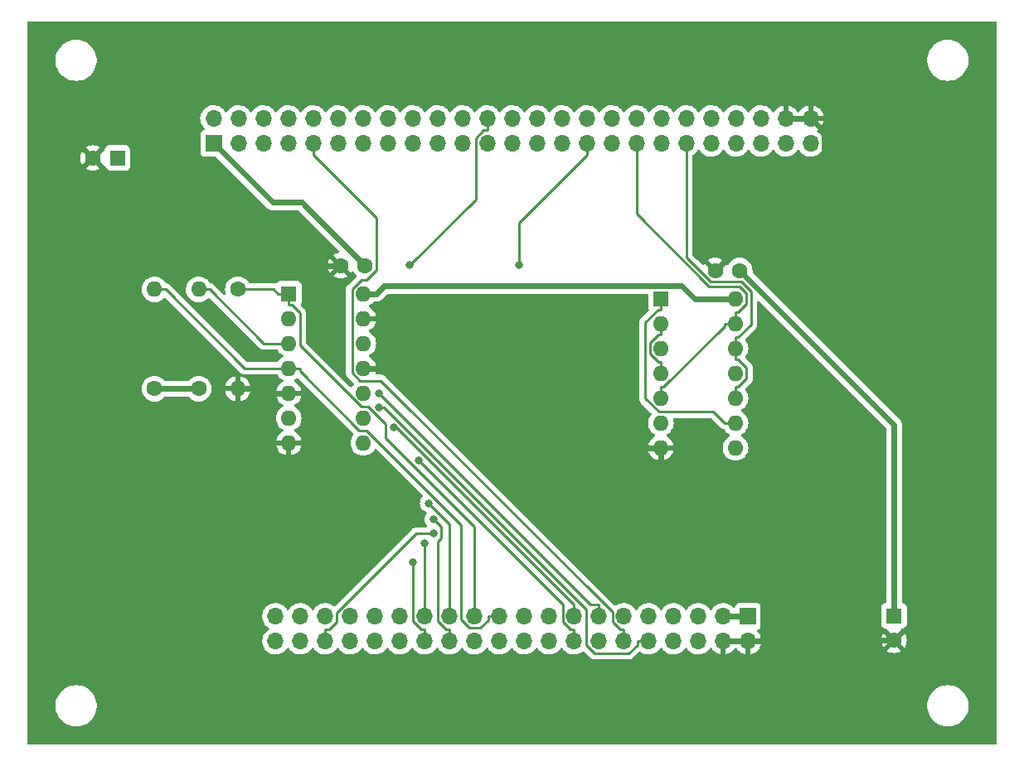
<source format=gtl>
G04 #@! TF.GenerationSoftware,KiCad,Pcbnew,(6.0.4-0)*
G04 #@! TF.CreationDate,2022-11-05T11:58:52+09:00*
G04 #@! TF.ProjectId,PC8001toSBC8080BUS,50433830-3031-4746-9f53-424338303830,rev?*
G04 #@! TF.SameCoordinates,Original*
G04 #@! TF.FileFunction,Copper,L1,Top*
G04 #@! TF.FilePolarity,Positive*
%FSLAX46Y46*%
G04 Gerber Fmt 4.6, Leading zero omitted, Abs format (unit mm)*
G04 Created by KiCad (PCBNEW (6.0.4-0)) date 2022-11-05 11:58:52*
%MOMM*%
%LPD*%
G01*
G04 APERTURE LIST*
G04 #@! TA.AperFunction,ComponentPad*
%ADD10R,1.600000X1.600000*%
G04 #@! TD*
G04 #@! TA.AperFunction,ComponentPad*
%ADD11O,1.600000X1.600000*%
G04 #@! TD*
G04 #@! TA.AperFunction,ComponentPad*
%ADD12C,1.600000*%
G04 #@! TD*
G04 #@! TA.AperFunction,ComponentPad*
%ADD13R,1.700000X1.700000*%
G04 #@! TD*
G04 #@! TA.AperFunction,ComponentPad*
%ADD14O,1.700000X1.700000*%
G04 #@! TD*
G04 #@! TA.AperFunction,ViaPad*
%ADD15C,0.800000*%
G04 #@! TD*
G04 #@! TA.AperFunction,Conductor*
%ADD16C,0.250000*%
G04 #@! TD*
G04 #@! TA.AperFunction,Conductor*
%ADD17C,0.600000*%
G04 #@! TD*
G04 APERTURE END LIST*
D10*
X115200000Y-68875000D03*
D11*
X115200000Y-71415000D03*
X115200000Y-73955000D03*
X115200000Y-76495000D03*
X115200000Y-79035000D03*
X115200000Y-81575000D03*
X115200000Y-84115000D03*
X122820000Y-84115000D03*
X122820000Y-81575000D03*
X122820000Y-79035000D03*
X122820000Y-76495000D03*
X122820000Y-73955000D03*
X122820000Y-71415000D03*
X122820000Y-68875000D03*
X84820000Y-68375000D03*
X84820000Y-70915000D03*
X84820000Y-73455000D03*
X84820000Y-75995000D03*
X84820000Y-78535000D03*
X84820000Y-81075000D03*
X84820000Y-83615000D03*
X77200000Y-83615000D03*
X77200000Y-81075000D03*
X77200000Y-78535000D03*
X77200000Y-75995000D03*
X77200000Y-73455000D03*
X77200000Y-70915000D03*
D10*
X77200000Y-68375000D03*
D12*
X63500000Y-78080000D03*
D11*
X63500000Y-67920000D03*
D12*
X72000000Y-67920000D03*
D11*
X72000000Y-78080000D03*
D12*
X68000000Y-78080000D03*
D11*
X68000000Y-67920000D03*
D13*
X69525000Y-53000000D03*
D14*
X69525000Y-50460000D03*
X72065000Y-53000000D03*
X72065000Y-50460000D03*
X74605000Y-53000000D03*
X74605000Y-50460000D03*
X77145000Y-53000000D03*
X77145000Y-50460000D03*
X79685000Y-53000000D03*
X79685000Y-50460000D03*
X82225000Y-53000000D03*
X82225000Y-50460000D03*
X84765000Y-53000000D03*
X84765000Y-50460000D03*
X87305000Y-53000000D03*
X87305000Y-50460000D03*
X89845000Y-53000000D03*
X89845000Y-50460000D03*
X92385000Y-53000000D03*
X92385000Y-50460000D03*
X94925000Y-53000000D03*
X94925000Y-50460000D03*
X97465000Y-53000000D03*
X97465000Y-50460000D03*
X100005000Y-53000000D03*
X100005000Y-50460000D03*
X102545000Y-53000000D03*
X102545000Y-50460000D03*
X105085000Y-53000000D03*
X105085000Y-50460000D03*
X107625000Y-53000000D03*
X107625000Y-50460000D03*
X110165000Y-53000000D03*
X110165000Y-50460000D03*
X112705000Y-53000000D03*
X112705000Y-50460000D03*
X115245000Y-53000000D03*
X115245000Y-50460000D03*
X117785000Y-53000000D03*
X117785000Y-50460000D03*
X120325000Y-53000000D03*
X120325000Y-50460000D03*
X122865000Y-53000000D03*
X122865000Y-50460000D03*
X125405000Y-53000000D03*
X125405000Y-50460000D03*
X127945000Y-53000000D03*
X127945000Y-50460000D03*
X130485000Y-53000000D03*
X130485000Y-50460000D03*
D13*
X124125000Y-101350000D03*
D14*
X124125000Y-103890000D03*
X121585000Y-101350000D03*
X121585000Y-103890000D03*
X119045000Y-101350000D03*
X119045000Y-103890000D03*
X116505000Y-101350000D03*
X116505000Y-103890000D03*
X113965000Y-101350000D03*
X113965000Y-103890000D03*
X111425000Y-101350000D03*
X111425000Y-103890000D03*
X108885000Y-101350000D03*
X108885000Y-103890000D03*
X106345000Y-101350000D03*
X106345000Y-103890000D03*
X103805000Y-101350000D03*
X103805000Y-103890000D03*
X101265000Y-101350000D03*
X101265000Y-103890000D03*
X98725000Y-101350000D03*
X98725000Y-103890000D03*
X96185000Y-101350000D03*
X96185000Y-103890000D03*
X93645000Y-101350000D03*
X93645000Y-103890000D03*
X91105000Y-101350000D03*
X91105000Y-103890000D03*
X88565000Y-101350000D03*
X88565000Y-103890000D03*
X86025000Y-101350000D03*
X86025000Y-103890000D03*
X83485000Y-101350000D03*
X83485000Y-103890000D03*
X80945000Y-101350000D03*
X80945000Y-103890000D03*
X78405000Y-101350000D03*
X78405000Y-103890000D03*
X75865000Y-101350000D03*
X75865000Y-103890000D03*
D10*
X59705100Y-54500000D03*
D12*
X57205100Y-54500000D03*
D10*
X139000000Y-101294900D03*
D12*
X139000000Y-103794900D03*
X123250000Y-66000000D03*
X120750000Y-66000000D03*
X85000000Y-65500000D03*
X82500000Y-65500000D03*
D15*
X92019000Y-92901400D03*
X89559000Y-65460900D03*
X100687300Y-65460900D03*
X89885600Y-95859000D03*
X91105000Y-93859500D03*
X91969000Y-91450700D03*
X91505000Y-89799600D03*
X90448300Y-85432700D03*
X87936400Y-81988000D03*
X86415000Y-78596200D03*
X86436400Y-79954800D03*
D16*
X114918600Y-72540300D02*
X115200000Y-72540300D01*
X114074700Y-73384200D02*
X114918600Y-72540300D01*
X114074700Y-74508100D02*
X114074700Y-73384200D01*
X114936300Y-75369700D02*
X114074700Y-74508100D01*
X115200000Y-75369700D02*
X114936300Y-75369700D01*
X115200000Y-76495000D02*
X115200000Y-75369700D01*
X115200000Y-71415000D02*
X115200000Y-72540300D01*
X123101400Y-77909700D02*
X122820000Y-77909700D01*
X123945300Y-77065800D02*
X123101400Y-77909700D01*
X123945300Y-75924300D02*
X123945300Y-77065800D01*
X123101300Y-75080300D02*
X123945300Y-75924300D01*
X122820000Y-75080300D02*
X123101300Y-75080300D01*
X122820000Y-73955000D02*
X122820000Y-75080300D01*
X122820000Y-79035000D02*
X122820000Y-77909700D01*
X123101300Y-72829700D02*
X122820000Y-72829700D01*
X124400300Y-71530700D02*
X123101300Y-72829700D01*
X124400300Y-68145200D02*
X124400300Y-71530700D01*
X123380500Y-67125400D02*
X124400300Y-68145200D01*
X120246900Y-67125400D02*
X123380500Y-67125400D01*
X117785000Y-64663500D02*
X120246900Y-67125400D01*
X117785000Y-54175300D02*
X117785000Y-64663500D01*
X117785000Y-53000000D02*
X117785000Y-54175300D01*
X122820000Y-73955000D02*
X122820000Y-72829700D01*
X120569400Y-80449700D02*
X121694700Y-81575000D01*
X114997700Y-80449700D02*
X120569400Y-80449700D01*
X113618100Y-79070100D02*
X114997700Y-80449700D01*
X113618100Y-71300900D02*
X113618100Y-79070100D01*
X114918700Y-70000300D02*
X113618100Y-71300900D01*
X115200000Y-70000300D02*
X114918700Y-70000300D01*
X115200000Y-68875000D02*
X115200000Y-70000300D01*
X122820000Y-81575000D02*
X121694700Y-81575000D01*
X68000000Y-67920000D02*
X69125300Y-67920000D01*
X77200000Y-73455000D02*
X76074700Y-73455000D01*
X74660300Y-73455000D02*
X76074700Y-73455000D01*
X69125300Y-67920000D02*
X74660300Y-73455000D01*
X115481300Y-77909700D02*
X115200000Y-77909700D01*
X121694700Y-71696300D02*
X115481300Y-77909700D01*
X121694700Y-71415000D02*
X121694700Y-71696300D01*
X122820000Y-71415000D02*
X121694700Y-71415000D01*
X115200000Y-79035000D02*
X115200000Y-77909700D01*
X122820000Y-71415000D02*
X122820000Y-70289700D01*
X123101400Y-70289700D02*
X122820000Y-70289700D01*
X123945300Y-69445800D02*
X123101400Y-70289700D01*
X123945300Y-68344800D02*
X123945300Y-69445800D01*
X123202600Y-67602100D02*
X123945300Y-68344800D01*
X120086600Y-67602100D02*
X123202600Y-67602100D01*
X112705000Y-60220500D02*
X120086600Y-67602100D01*
X112705000Y-53000000D02*
X112705000Y-60220500D01*
X80945000Y-103890000D02*
X80945000Y-102714700D01*
X90230800Y-92901400D02*
X92019000Y-92901400D01*
X82120300Y-101011900D02*
X90230800Y-92901400D01*
X82120300Y-101906800D02*
X82120300Y-101011900D01*
X81312400Y-102714700D02*
X82120300Y-101906800D01*
X80945000Y-102714700D02*
X81312400Y-102714700D01*
X97097600Y-51635300D02*
X97465000Y-51635300D01*
X96289700Y-52443200D02*
X97097600Y-51635300D01*
X96289700Y-58730200D02*
X96289700Y-52443200D01*
X89559000Y-65460900D02*
X96289700Y-58730200D01*
X97465000Y-50460000D02*
X97465000Y-51635300D01*
X100687300Y-61113000D02*
X107625000Y-54175300D01*
X100687300Y-65460900D02*
X100687300Y-61113000D01*
X107625000Y-53000000D02*
X107625000Y-54175300D01*
X91105000Y-103890000D02*
X91105000Y-102714700D01*
X89885600Y-101862600D02*
X89885600Y-95859000D01*
X90737700Y-102714700D02*
X89885600Y-101862600D01*
X91105000Y-102714700D02*
X90737700Y-102714700D01*
X91105000Y-101350000D02*
X91105000Y-100174700D01*
X91105000Y-100174700D02*
X91105000Y-93859500D01*
X93645000Y-103890000D02*
X93645000Y-102714700D01*
X92744400Y-92226100D02*
X91969000Y-91450700D01*
X92744400Y-93381900D02*
X92744400Y-92226100D01*
X92430900Y-93695400D02*
X92744400Y-93381900D01*
X92430900Y-101867900D02*
X92430900Y-93695400D01*
X93277700Y-102714700D02*
X92430900Y-101867900D01*
X93645000Y-102714700D02*
X93277700Y-102714700D01*
X93645000Y-101350000D02*
X93645000Y-100174700D01*
X93645000Y-91939600D02*
X91505000Y-89799600D01*
X93645000Y-100174700D02*
X93645000Y-91939600D01*
X75619700Y-67920000D02*
X76074700Y-68375000D01*
X72000000Y-67920000D02*
X75619700Y-67920000D01*
X77200000Y-68375000D02*
X76074700Y-68375000D01*
X77481400Y-69500300D02*
X77200000Y-69500300D01*
X78325300Y-70344200D02*
X77481400Y-69500300D01*
X78325300Y-73631900D02*
X78325300Y-70344200D01*
X84643000Y-79949600D02*
X78325300Y-73631900D01*
X85345800Y-79949600D02*
X84643000Y-79949600D01*
X87117600Y-81721400D02*
X85345800Y-79949600D01*
X87117600Y-83154100D02*
X87117600Y-81721400D01*
X96185000Y-92221500D02*
X87117600Y-83154100D01*
X96185000Y-101350000D02*
X96185000Y-92221500D01*
X77200000Y-68375000D02*
X77200000Y-69500300D01*
X63500000Y-67920000D02*
X64625300Y-67920000D01*
X72700300Y-75995000D02*
X77200000Y-75995000D01*
X64625300Y-67920000D02*
X72700300Y-75995000D01*
X98725000Y-101350000D02*
X97549700Y-101350000D01*
X77200000Y-75995000D02*
X78325300Y-75995000D01*
X97549700Y-101717300D02*
X97549700Y-101350000D01*
X96741600Y-102525400D02*
X97549700Y-101717300D01*
X95663100Y-102525400D02*
X96741600Y-102525400D01*
X94823000Y-101685300D02*
X95663100Y-102525400D01*
X94823000Y-92005000D02*
X94823000Y-101685300D01*
X85163000Y-82345000D02*
X94823000Y-92005000D01*
X84394000Y-82345000D02*
X85163000Y-82345000D01*
X78325300Y-76276300D02*
X84394000Y-82345000D01*
X78325300Y-75995000D02*
X78325300Y-76276300D01*
X106345000Y-103890000D02*
X106345000Y-102714700D01*
X105169700Y-100154100D02*
X90448300Y-85432700D01*
X105169700Y-101906800D02*
X105169700Y-100154100D01*
X105977600Y-102714700D02*
X105169700Y-101906800D01*
X106345000Y-102714700D02*
X105977600Y-102714700D01*
X106345000Y-101350000D02*
X106345000Y-100174700D01*
X88158300Y-81988000D02*
X87936400Y-81988000D01*
X106345000Y-100174700D02*
X88158300Y-81988000D01*
X108885000Y-101350000D02*
X108885000Y-100174700D01*
X107993500Y-100174700D02*
X86415000Y-78596200D01*
X108885000Y-100174700D02*
X107993500Y-100174700D01*
X86139700Y-60630000D02*
X79685000Y-54175300D01*
X86139700Y-65961000D02*
X86139700Y-60630000D01*
X85151500Y-66949200D02*
X86139700Y-65961000D01*
X84647400Y-66949200D02*
X85151500Y-66949200D01*
X83668400Y-67928200D02*
X84647400Y-66949200D01*
X83668400Y-76451000D02*
X83668400Y-67928200D01*
X84482600Y-77265200D02*
X83668400Y-76451000D01*
X86619000Y-77265200D02*
X84482600Y-77265200D01*
X110249700Y-100895900D02*
X86619000Y-77265200D01*
X110249700Y-101906800D02*
X110249700Y-100895900D01*
X111057600Y-102714700D02*
X110249700Y-101906800D01*
X111425000Y-102714700D02*
X111057600Y-102714700D01*
X111425000Y-103890000D02*
X111425000Y-102714700D01*
X79685000Y-53000000D02*
X79685000Y-54175300D01*
X113965000Y-103890000D02*
X112789700Y-103890000D01*
X86929200Y-79954800D02*
X86436400Y-79954800D01*
X107615000Y-100640600D02*
X86929200Y-79954800D01*
X107615000Y-104311000D02*
X107615000Y-100640600D01*
X108415400Y-105111400D02*
X107615000Y-104311000D01*
X111935600Y-105111400D02*
X108415400Y-105111400D01*
X112789700Y-104257300D02*
X111935600Y-105111400D01*
X112789700Y-103890000D02*
X112789700Y-104257300D01*
D17*
X124125000Y-103890000D02*
X125475300Y-103890000D01*
X121585000Y-103890000D02*
X124125000Y-103890000D01*
X127945000Y-50460000D02*
X130485000Y-50460000D01*
X131844400Y-54905600D02*
X120750000Y-66000000D01*
X131844400Y-51819400D02*
X131844400Y-54905600D01*
X130485000Y-50460000D02*
X131844400Y-51819400D01*
X73755300Y-78535000D02*
X73300300Y-78080000D01*
X77200000Y-78535000D02*
X73755300Y-78535000D01*
X72000000Y-78080000D02*
X73300300Y-78080000D01*
X68205100Y-65500000D02*
X57205100Y-54500000D01*
X82500000Y-65500000D02*
X68205100Y-65500000D01*
X125570400Y-95785700D02*
X125570400Y-103794900D01*
X115200000Y-85415300D02*
X125570400Y-95785700D01*
X125475300Y-103890000D02*
X125570400Y-103794900D01*
X125570400Y-103794900D02*
X139000000Y-103794900D01*
X115200000Y-84115000D02*
X115200000Y-85415300D01*
X105779700Y-75995000D02*
X113899700Y-84115000D01*
X84820000Y-75995000D02*
X105779700Y-75995000D01*
X115200000Y-84115000D02*
X113899700Y-84115000D01*
X121585000Y-101350000D02*
X124125000Y-101350000D01*
X68000000Y-78080000D02*
X63500000Y-78080000D01*
X118647900Y-68875000D02*
X122820000Y-68875000D01*
X117347500Y-67574600D02*
X118647900Y-68875000D01*
X86920700Y-67574600D02*
X117347500Y-67574600D01*
X86120300Y-68375000D02*
X86920700Y-67574600D01*
X84820000Y-68375000D02*
X86120300Y-68375000D01*
X139000000Y-81750000D02*
X139000000Y-101294900D01*
X123250000Y-66000000D02*
X139000000Y-81750000D01*
X78514900Y-59014900D02*
X85000000Y-65500000D01*
X75539900Y-59014900D02*
X78514900Y-59014900D01*
X69525000Y-53000000D02*
X75539900Y-59014900D01*
G04 #@! TA.AperFunction,Conductor*
G36*
X149433621Y-40528502D02*
G01*
X149480114Y-40582158D01*
X149491500Y-40634500D01*
X149491500Y-114365500D01*
X149471498Y-114433621D01*
X149417842Y-114480114D01*
X149365500Y-114491500D01*
X50634500Y-114491500D01*
X50566379Y-114471498D01*
X50519886Y-114417842D01*
X50508500Y-114365500D01*
X50508500Y-110632703D01*
X53390743Y-110632703D01*
X53428268Y-110917734D01*
X53504129Y-111195036D01*
X53616923Y-111459476D01*
X53764561Y-111706161D01*
X53944313Y-111930528D01*
X54152851Y-112128423D01*
X54386317Y-112296186D01*
X54390112Y-112298195D01*
X54390113Y-112298196D01*
X54411869Y-112309715D01*
X54640392Y-112430712D01*
X54910373Y-112529511D01*
X55191264Y-112590755D01*
X55219841Y-112593004D01*
X55414282Y-112608307D01*
X55414291Y-112608307D01*
X55416739Y-112608500D01*
X55572271Y-112608500D01*
X55574407Y-112608354D01*
X55574418Y-112608354D01*
X55782548Y-112594165D01*
X55782554Y-112594164D01*
X55786825Y-112593873D01*
X55791020Y-112593004D01*
X55791022Y-112593004D01*
X55927584Y-112564723D01*
X56068342Y-112535574D01*
X56339343Y-112439607D01*
X56594812Y-112307750D01*
X56598313Y-112305289D01*
X56598317Y-112305287D01*
X56712418Y-112225095D01*
X56830023Y-112142441D01*
X57040622Y-111946740D01*
X57222713Y-111724268D01*
X57372927Y-111479142D01*
X57488483Y-111215898D01*
X57567244Y-110939406D01*
X57607751Y-110654784D01*
X57607845Y-110636951D01*
X57607867Y-110632703D01*
X142390743Y-110632703D01*
X142428268Y-110917734D01*
X142504129Y-111195036D01*
X142616923Y-111459476D01*
X142764561Y-111706161D01*
X142944313Y-111930528D01*
X143152851Y-112128423D01*
X143386317Y-112296186D01*
X143390112Y-112298195D01*
X143390113Y-112298196D01*
X143411869Y-112309715D01*
X143640392Y-112430712D01*
X143910373Y-112529511D01*
X144191264Y-112590755D01*
X144219841Y-112593004D01*
X144414282Y-112608307D01*
X144414291Y-112608307D01*
X144416739Y-112608500D01*
X144572271Y-112608500D01*
X144574407Y-112608354D01*
X144574418Y-112608354D01*
X144782548Y-112594165D01*
X144782554Y-112594164D01*
X144786825Y-112593873D01*
X144791020Y-112593004D01*
X144791022Y-112593004D01*
X144927584Y-112564723D01*
X145068342Y-112535574D01*
X145339343Y-112439607D01*
X145594812Y-112307750D01*
X145598313Y-112305289D01*
X145598317Y-112305287D01*
X145712418Y-112225095D01*
X145830023Y-112142441D01*
X146040622Y-111946740D01*
X146222713Y-111724268D01*
X146372927Y-111479142D01*
X146488483Y-111215898D01*
X146567244Y-110939406D01*
X146607751Y-110654784D01*
X146607845Y-110636951D01*
X146609235Y-110371583D01*
X146609235Y-110371576D01*
X146609257Y-110367297D01*
X146571732Y-110082266D01*
X146495871Y-109804964D01*
X146383077Y-109540524D01*
X146235439Y-109293839D01*
X146055687Y-109069472D01*
X145847149Y-108871577D01*
X145613683Y-108703814D01*
X145591843Y-108692250D01*
X145568654Y-108679972D01*
X145359608Y-108569288D01*
X145089627Y-108470489D01*
X144808736Y-108409245D01*
X144777685Y-108406801D01*
X144585718Y-108391693D01*
X144585709Y-108391693D01*
X144583261Y-108391500D01*
X144427729Y-108391500D01*
X144425593Y-108391646D01*
X144425582Y-108391646D01*
X144217452Y-108405835D01*
X144217446Y-108405836D01*
X144213175Y-108406127D01*
X144208980Y-108406996D01*
X144208978Y-108406996D01*
X144072417Y-108435276D01*
X143931658Y-108464426D01*
X143660657Y-108560393D01*
X143405188Y-108692250D01*
X143401687Y-108694711D01*
X143401683Y-108694713D01*
X143391594Y-108701804D01*
X143169977Y-108857559D01*
X142959378Y-109053260D01*
X142777287Y-109275732D01*
X142627073Y-109520858D01*
X142511517Y-109784102D01*
X142432756Y-110060594D01*
X142392249Y-110345216D01*
X142392227Y-110349505D01*
X142392226Y-110349512D01*
X142390765Y-110628417D01*
X142390743Y-110632703D01*
X57607867Y-110632703D01*
X57609235Y-110371583D01*
X57609235Y-110371576D01*
X57609257Y-110367297D01*
X57571732Y-110082266D01*
X57495871Y-109804964D01*
X57383077Y-109540524D01*
X57235439Y-109293839D01*
X57055687Y-109069472D01*
X56847149Y-108871577D01*
X56613683Y-108703814D01*
X56591843Y-108692250D01*
X56568654Y-108679972D01*
X56359608Y-108569288D01*
X56089627Y-108470489D01*
X55808736Y-108409245D01*
X55777685Y-108406801D01*
X55585718Y-108391693D01*
X55585709Y-108391693D01*
X55583261Y-108391500D01*
X55427729Y-108391500D01*
X55425593Y-108391646D01*
X55425582Y-108391646D01*
X55217452Y-108405835D01*
X55217446Y-108405836D01*
X55213175Y-108406127D01*
X55208980Y-108406996D01*
X55208978Y-108406996D01*
X55072417Y-108435276D01*
X54931658Y-108464426D01*
X54660657Y-108560393D01*
X54405188Y-108692250D01*
X54401687Y-108694711D01*
X54401683Y-108694713D01*
X54391594Y-108701804D01*
X54169977Y-108857559D01*
X53959378Y-109053260D01*
X53777287Y-109275732D01*
X53627073Y-109520858D01*
X53511517Y-109784102D01*
X53432756Y-110060594D01*
X53392249Y-110345216D01*
X53392227Y-110349505D01*
X53392226Y-110349512D01*
X53390765Y-110628417D01*
X53390743Y-110632703D01*
X50508500Y-110632703D01*
X50508500Y-83881522D01*
X75917273Y-83881522D01*
X75964764Y-84058761D01*
X75968510Y-84069053D01*
X76060586Y-84266511D01*
X76066069Y-84276007D01*
X76191028Y-84454467D01*
X76198084Y-84462875D01*
X76352125Y-84616916D01*
X76360533Y-84623972D01*
X76538993Y-84748931D01*
X76548489Y-84754414D01*
X76745947Y-84846490D01*
X76756239Y-84850236D01*
X76928503Y-84896394D01*
X76942599Y-84896058D01*
X76946000Y-84888116D01*
X76946000Y-84882967D01*
X77454000Y-84882967D01*
X77457973Y-84896498D01*
X77466522Y-84897727D01*
X77643761Y-84850236D01*
X77654053Y-84846490D01*
X77851511Y-84754414D01*
X77861007Y-84748931D01*
X78039467Y-84623972D01*
X78047875Y-84616916D01*
X78201916Y-84462875D01*
X78208972Y-84454467D01*
X78333931Y-84276007D01*
X78339414Y-84266511D01*
X78431490Y-84069053D01*
X78435236Y-84058761D01*
X78481394Y-83886497D01*
X78481058Y-83872401D01*
X78473116Y-83869000D01*
X77472115Y-83869000D01*
X77456876Y-83873475D01*
X77455671Y-83874865D01*
X77454000Y-83882548D01*
X77454000Y-84882967D01*
X76946000Y-84882967D01*
X76946000Y-83887115D01*
X76941525Y-83871876D01*
X76940135Y-83870671D01*
X76932452Y-83869000D01*
X75932033Y-83869000D01*
X75918502Y-83872973D01*
X75917273Y-83881522D01*
X50508500Y-83881522D01*
X50508500Y-81075000D01*
X75886502Y-81075000D01*
X75906457Y-81303087D01*
X75907881Y-81308400D01*
X75907881Y-81308402D01*
X75954962Y-81484107D01*
X75965716Y-81524243D01*
X75968039Y-81529224D01*
X75968039Y-81529225D01*
X76060151Y-81726762D01*
X76060154Y-81726767D01*
X76062477Y-81731749D01*
X76193802Y-81919300D01*
X76355700Y-82081198D01*
X76360208Y-82084355D01*
X76360211Y-82084357D01*
X76375992Y-82095407D01*
X76543251Y-82212523D01*
X76548233Y-82214846D01*
X76548238Y-82214849D01*
X76583049Y-82231081D01*
X76636334Y-82277998D01*
X76655795Y-82346275D01*
X76635253Y-82414235D01*
X76583049Y-82459471D01*
X76548489Y-82475586D01*
X76538993Y-82481069D01*
X76360533Y-82606028D01*
X76352125Y-82613084D01*
X76198084Y-82767125D01*
X76191028Y-82775533D01*
X76066069Y-82953993D01*
X76060586Y-82963489D01*
X75968510Y-83160947D01*
X75964764Y-83171239D01*
X75918606Y-83343503D01*
X75918942Y-83357599D01*
X75926884Y-83361000D01*
X78467967Y-83361000D01*
X78481498Y-83357027D01*
X78482727Y-83348478D01*
X78435236Y-83171239D01*
X78431490Y-83160947D01*
X78339414Y-82963489D01*
X78333931Y-82953993D01*
X78208972Y-82775533D01*
X78201916Y-82767125D01*
X78047875Y-82613084D01*
X78039467Y-82606028D01*
X77861007Y-82481069D01*
X77851511Y-82475586D01*
X77816951Y-82459471D01*
X77763666Y-82412554D01*
X77744205Y-82344277D01*
X77764747Y-82276317D01*
X77816951Y-82231081D01*
X77851762Y-82214849D01*
X77851767Y-82214846D01*
X77856749Y-82212523D01*
X78024008Y-82095407D01*
X78039789Y-82084357D01*
X78039792Y-82084355D01*
X78044300Y-82081198D01*
X78206198Y-81919300D01*
X78337523Y-81731749D01*
X78339846Y-81726767D01*
X78339849Y-81726762D01*
X78431961Y-81529225D01*
X78431961Y-81529224D01*
X78434284Y-81524243D01*
X78445039Y-81484107D01*
X78492119Y-81308402D01*
X78492119Y-81308400D01*
X78493543Y-81303087D01*
X78513498Y-81075000D01*
X78493543Y-80846913D01*
X78462404Y-80730700D01*
X78435707Y-80631067D01*
X78435706Y-80631065D01*
X78434284Y-80625757D01*
X78379914Y-80509159D01*
X78339849Y-80423238D01*
X78339846Y-80423233D01*
X78337523Y-80418251D01*
X78206198Y-80230700D01*
X78044300Y-80068802D01*
X78039792Y-80065645D01*
X78039789Y-80065643D01*
X77940410Y-79996057D01*
X77856749Y-79937477D01*
X77851767Y-79935154D01*
X77851762Y-79935151D01*
X77816951Y-79918919D01*
X77763666Y-79872002D01*
X77744205Y-79803725D01*
X77764747Y-79735765D01*
X77816951Y-79690529D01*
X77851511Y-79674414D01*
X77861007Y-79668931D01*
X78039467Y-79543972D01*
X78047875Y-79536916D01*
X78201916Y-79382875D01*
X78208972Y-79374467D01*
X78333931Y-79196007D01*
X78339414Y-79186511D01*
X78431490Y-78989053D01*
X78435236Y-78978761D01*
X78481394Y-78806497D01*
X78481058Y-78792401D01*
X78473116Y-78789000D01*
X75932033Y-78789000D01*
X75918502Y-78792973D01*
X75917273Y-78801522D01*
X75964764Y-78978761D01*
X75968510Y-78989053D01*
X76060586Y-79186511D01*
X76066069Y-79196007D01*
X76191028Y-79374467D01*
X76198084Y-79382875D01*
X76352125Y-79536916D01*
X76360533Y-79543972D01*
X76538993Y-79668931D01*
X76548489Y-79674414D01*
X76583049Y-79690529D01*
X76636334Y-79737446D01*
X76655795Y-79805723D01*
X76635253Y-79873683D01*
X76583049Y-79918919D01*
X76548238Y-79935151D01*
X76548233Y-79935154D01*
X76543251Y-79937477D01*
X76459590Y-79996057D01*
X76360211Y-80065643D01*
X76360208Y-80065645D01*
X76355700Y-80068802D01*
X76193802Y-80230700D01*
X76062477Y-80418251D01*
X76060154Y-80423233D01*
X76060151Y-80423238D01*
X76020086Y-80509159D01*
X75965716Y-80625757D01*
X75964294Y-80631065D01*
X75964293Y-80631067D01*
X75937596Y-80730700D01*
X75906457Y-80846913D01*
X75886502Y-81075000D01*
X50508500Y-81075000D01*
X50508500Y-78080000D01*
X62186502Y-78080000D01*
X62206457Y-78308087D01*
X62207881Y-78313400D01*
X62207881Y-78313402D01*
X62225258Y-78378251D01*
X62265716Y-78529243D01*
X62268039Y-78534224D01*
X62268039Y-78534225D01*
X62360151Y-78731762D01*
X62360154Y-78731767D01*
X62362477Y-78736749D01*
X62493802Y-78924300D01*
X62655700Y-79086198D01*
X62660208Y-79089355D01*
X62660211Y-79089357D01*
X62695342Y-79113956D01*
X62843251Y-79217523D01*
X62848233Y-79219846D01*
X62848238Y-79219849D01*
X63044765Y-79311490D01*
X63050757Y-79314284D01*
X63056065Y-79315706D01*
X63056067Y-79315707D01*
X63266598Y-79372119D01*
X63266600Y-79372119D01*
X63271913Y-79373543D01*
X63500000Y-79393498D01*
X63728087Y-79373543D01*
X63733400Y-79372119D01*
X63733402Y-79372119D01*
X63943933Y-79315707D01*
X63943935Y-79315706D01*
X63949243Y-79314284D01*
X63955235Y-79311490D01*
X64151762Y-79219849D01*
X64151767Y-79219846D01*
X64156749Y-79217523D01*
X64304658Y-79113956D01*
X64339789Y-79089357D01*
X64339792Y-79089355D01*
X64344300Y-79086198D01*
X64505093Y-78925405D01*
X64567405Y-78891379D01*
X64594188Y-78888500D01*
X66905812Y-78888500D01*
X66973933Y-78908502D01*
X66994907Y-78925405D01*
X67155700Y-79086198D01*
X67160208Y-79089355D01*
X67160211Y-79089357D01*
X67195342Y-79113956D01*
X67343251Y-79217523D01*
X67348233Y-79219846D01*
X67348238Y-79219849D01*
X67544765Y-79311490D01*
X67550757Y-79314284D01*
X67556065Y-79315706D01*
X67556067Y-79315707D01*
X67766598Y-79372119D01*
X67766600Y-79372119D01*
X67771913Y-79373543D01*
X68000000Y-79393498D01*
X68228087Y-79373543D01*
X68233400Y-79372119D01*
X68233402Y-79372119D01*
X68443933Y-79315707D01*
X68443935Y-79315706D01*
X68449243Y-79314284D01*
X68455235Y-79311490D01*
X68651762Y-79219849D01*
X68651767Y-79219846D01*
X68656749Y-79217523D01*
X68804658Y-79113956D01*
X68839789Y-79089357D01*
X68839792Y-79089355D01*
X68844300Y-79086198D01*
X69006198Y-78924300D01*
X69137523Y-78736749D01*
X69139846Y-78731767D01*
X69139849Y-78731762D01*
X69231961Y-78534225D01*
X69231961Y-78534224D01*
X69234284Y-78529243D01*
X69274743Y-78378251D01*
X69283245Y-78346522D01*
X70717273Y-78346522D01*
X70764764Y-78523761D01*
X70768510Y-78534053D01*
X70860586Y-78731511D01*
X70866069Y-78741007D01*
X70991028Y-78919467D01*
X70998084Y-78927875D01*
X71152125Y-79081916D01*
X71160533Y-79088972D01*
X71338993Y-79213931D01*
X71348489Y-79219414D01*
X71545947Y-79311490D01*
X71556239Y-79315236D01*
X71728503Y-79361394D01*
X71742599Y-79361058D01*
X71746000Y-79353116D01*
X71746000Y-79347967D01*
X72254000Y-79347967D01*
X72257973Y-79361498D01*
X72266522Y-79362727D01*
X72443761Y-79315236D01*
X72454053Y-79311490D01*
X72651511Y-79219414D01*
X72661007Y-79213931D01*
X72839467Y-79088972D01*
X72847875Y-79081916D01*
X73001916Y-78927875D01*
X73008972Y-78919467D01*
X73133931Y-78741007D01*
X73139414Y-78731511D01*
X73231490Y-78534053D01*
X73235236Y-78523761D01*
X73281394Y-78351497D01*
X73281058Y-78337401D01*
X73273116Y-78334000D01*
X72272115Y-78334000D01*
X72256876Y-78338475D01*
X72255671Y-78339865D01*
X72254000Y-78347548D01*
X72254000Y-79347967D01*
X71746000Y-79347967D01*
X71746000Y-78352115D01*
X71741525Y-78336876D01*
X71740135Y-78335671D01*
X71732452Y-78334000D01*
X70732033Y-78334000D01*
X70718502Y-78337973D01*
X70717273Y-78346522D01*
X69283245Y-78346522D01*
X69292119Y-78313402D01*
X69292119Y-78313400D01*
X69293543Y-78308087D01*
X69313498Y-78080000D01*
X69293543Y-77851913D01*
X69283244Y-77813478D01*
X69281911Y-77808503D01*
X70718606Y-77808503D01*
X70718942Y-77822599D01*
X70726884Y-77826000D01*
X71727885Y-77826000D01*
X71743124Y-77821525D01*
X71744329Y-77820135D01*
X71746000Y-77812452D01*
X71746000Y-77807885D01*
X72254000Y-77807885D01*
X72258475Y-77823124D01*
X72259865Y-77824329D01*
X72267548Y-77826000D01*
X73267967Y-77826000D01*
X73281498Y-77822027D01*
X73282727Y-77813478D01*
X73235236Y-77636239D01*
X73231490Y-77625947D01*
X73139414Y-77428489D01*
X73133931Y-77418993D01*
X73008972Y-77240533D01*
X73001916Y-77232125D01*
X72847875Y-77078084D01*
X72839467Y-77071028D01*
X72661007Y-76946069D01*
X72651511Y-76940586D01*
X72451080Y-76847124D01*
X72447037Y-76843564D01*
X72445138Y-76843876D01*
X72427965Y-76840532D01*
X72271497Y-76798606D01*
X72257401Y-76798942D01*
X72254000Y-76806884D01*
X72254000Y-77807885D01*
X71746000Y-77807885D01*
X71746000Y-76812033D01*
X71742027Y-76798502D01*
X71733478Y-76797273D01*
X71556239Y-76844764D01*
X71545947Y-76848510D01*
X71348489Y-76940586D01*
X71338993Y-76946069D01*
X71160533Y-77071028D01*
X71152125Y-77078084D01*
X70998084Y-77232125D01*
X70991028Y-77240533D01*
X70866069Y-77418993D01*
X70860586Y-77428489D01*
X70768510Y-77625947D01*
X70764764Y-77636239D01*
X70718606Y-77808503D01*
X69281911Y-77808503D01*
X69235707Y-77636067D01*
X69235706Y-77636065D01*
X69234284Y-77630757D01*
X69200264Y-77557800D01*
X69139849Y-77428238D01*
X69139846Y-77428233D01*
X69137523Y-77423251D01*
X69038084Y-77281238D01*
X69009357Y-77240211D01*
X69009355Y-77240208D01*
X69006198Y-77235700D01*
X68844300Y-77073802D01*
X68839792Y-77070645D01*
X68839789Y-77070643D01*
X68754807Y-77011138D01*
X68656749Y-76942477D01*
X68651767Y-76940154D01*
X68651762Y-76940151D01*
X68454225Y-76848039D01*
X68454224Y-76848039D01*
X68449243Y-76845716D01*
X68443935Y-76844294D01*
X68443933Y-76844293D01*
X68233402Y-76787881D01*
X68233400Y-76787881D01*
X68228087Y-76786457D01*
X68000000Y-76766502D01*
X67771913Y-76786457D01*
X67766600Y-76787881D01*
X67766598Y-76787881D01*
X67556067Y-76844293D01*
X67556065Y-76844294D01*
X67550757Y-76845716D01*
X67545776Y-76848039D01*
X67545775Y-76848039D01*
X67348238Y-76940151D01*
X67348233Y-76940154D01*
X67343251Y-76942477D01*
X67245193Y-77011138D01*
X67160211Y-77070643D01*
X67160208Y-77070645D01*
X67155700Y-77073802D01*
X66994907Y-77234595D01*
X66932595Y-77268621D01*
X66905812Y-77271500D01*
X64594188Y-77271500D01*
X64526067Y-77251498D01*
X64505093Y-77234595D01*
X64344300Y-77073802D01*
X64339792Y-77070645D01*
X64339789Y-77070643D01*
X64254807Y-77011138D01*
X64156749Y-76942477D01*
X64151767Y-76940154D01*
X64151762Y-76940151D01*
X63954225Y-76848039D01*
X63954224Y-76848039D01*
X63949243Y-76845716D01*
X63943935Y-76844294D01*
X63943933Y-76844293D01*
X63733402Y-76787881D01*
X63733400Y-76787881D01*
X63728087Y-76786457D01*
X63500000Y-76766502D01*
X63271913Y-76786457D01*
X63266600Y-76787881D01*
X63266598Y-76787881D01*
X63056067Y-76844293D01*
X63056065Y-76844294D01*
X63050757Y-76845716D01*
X63045776Y-76848039D01*
X63045775Y-76848039D01*
X62848238Y-76940151D01*
X62848233Y-76940154D01*
X62843251Y-76942477D01*
X62745193Y-77011138D01*
X62660211Y-77070643D01*
X62660208Y-77070645D01*
X62655700Y-77073802D01*
X62493802Y-77235700D01*
X62490645Y-77240208D01*
X62490643Y-77240211D01*
X62461916Y-77281238D01*
X62362477Y-77423251D01*
X62360154Y-77428233D01*
X62360151Y-77428238D01*
X62299736Y-77557800D01*
X62265716Y-77630757D01*
X62264294Y-77636065D01*
X62264293Y-77636067D01*
X62216756Y-77813478D01*
X62206457Y-77851913D01*
X62186502Y-78080000D01*
X50508500Y-78080000D01*
X50508500Y-67920000D01*
X62186502Y-67920000D01*
X62206457Y-68148087D01*
X62265716Y-68369243D01*
X62268039Y-68374224D01*
X62268039Y-68374225D01*
X62360151Y-68571762D01*
X62360154Y-68571767D01*
X62362477Y-68576749D01*
X62435902Y-68681611D01*
X62466004Y-68724600D01*
X62493802Y-68764300D01*
X62655700Y-68926198D01*
X62660208Y-68929355D01*
X62660211Y-68929357D01*
X62699598Y-68956936D01*
X62843251Y-69057523D01*
X62848233Y-69059846D01*
X62848238Y-69059849D01*
X63033247Y-69146119D01*
X63050757Y-69154284D01*
X63056065Y-69155706D01*
X63056067Y-69155707D01*
X63266598Y-69212119D01*
X63266600Y-69212119D01*
X63271913Y-69213543D01*
X63500000Y-69233498D01*
X63728087Y-69213543D01*
X63733400Y-69212119D01*
X63733402Y-69212119D01*
X63943933Y-69155707D01*
X63943935Y-69155706D01*
X63949243Y-69154284D01*
X63966753Y-69146119D01*
X64151762Y-69059849D01*
X64151767Y-69059846D01*
X64156749Y-69057523D01*
X64300402Y-68956936D01*
X64339789Y-68929357D01*
X64339792Y-68929355D01*
X64344300Y-68926198D01*
X64450852Y-68819646D01*
X64513164Y-68785620D01*
X64583979Y-68790685D01*
X64629042Y-68819646D01*
X72196643Y-76387247D01*
X72204187Y-76395537D01*
X72208300Y-76402018D01*
X72214077Y-76407443D01*
X72257967Y-76448658D01*
X72260809Y-76451413D01*
X72280531Y-76471135D01*
X72283655Y-76473558D01*
X72283659Y-76473562D01*
X72283724Y-76473612D01*
X72292745Y-76481317D01*
X72324979Y-76511586D01*
X72331927Y-76515405D01*
X72331929Y-76515407D01*
X72342732Y-76521346D01*
X72359259Y-76532202D01*
X72368998Y-76539757D01*
X72369000Y-76539758D01*
X72375260Y-76544614D01*
X72415840Y-76562174D01*
X72426488Y-76567391D01*
X72431851Y-76570339D01*
X72465240Y-76588695D01*
X72472916Y-76590666D01*
X72472919Y-76590667D01*
X72484862Y-76593733D01*
X72503569Y-76600138D01*
X72510619Y-76603189D01*
X72517949Y-76609288D01*
X72524042Y-76608481D01*
X72565823Y-76615099D01*
X72577444Y-76617505D01*
X72612589Y-76626528D01*
X72620270Y-76628500D01*
X72640524Y-76628500D01*
X72660234Y-76630051D01*
X72680243Y-76633220D01*
X72688135Y-76632474D01*
X72702236Y-76631141D01*
X72724262Y-76629059D01*
X72736119Y-76628500D01*
X75980606Y-76628500D01*
X76048727Y-76648502D01*
X76083819Y-76682229D01*
X76171104Y-76806884D01*
X76193802Y-76839300D01*
X76355700Y-77001198D01*
X76360208Y-77004355D01*
X76360211Y-77004357D01*
X76405295Y-77035925D01*
X76543251Y-77132523D01*
X76548233Y-77134846D01*
X76548238Y-77134849D01*
X76583049Y-77151081D01*
X76636334Y-77197998D01*
X76655795Y-77266275D01*
X76635253Y-77334235D01*
X76583049Y-77379471D01*
X76548489Y-77395586D01*
X76538993Y-77401069D01*
X76360533Y-77526028D01*
X76352125Y-77533084D01*
X76198084Y-77687125D01*
X76191028Y-77695533D01*
X76066069Y-77873993D01*
X76060586Y-77883489D01*
X75968510Y-78080947D01*
X75964764Y-78091239D01*
X75918606Y-78263503D01*
X75918942Y-78277599D01*
X75926884Y-78281000D01*
X78467967Y-78281000D01*
X78481498Y-78277027D01*
X78482727Y-78268478D01*
X78435236Y-78091239D01*
X78431490Y-78080947D01*
X78339414Y-77883489D01*
X78333931Y-77873993D01*
X78208972Y-77695533D01*
X78201916Y-77687125D01*
X78047875Y-77533084D01*
X78039467Y-77526028D01*
X77861007Y-77401069D01*
X77851511Y-77395586D01*
X77816951Y-77379471D01*
X77763666Y-77332554D01*
X77744205Y-77264277D01*
X77764747Y-77196317D01*
X77816951Y-77151081D01*
X77851762Y-77134849D01*
X77851767Y-77134846D01*
X77856749Y-77132523D01*
X77861258Y-77129366D01*
X77861263Y-77129363D01*
X78022390Y-77016541D01*
X78089664Y-76993853D01*
X78158524Y-77011138D01*
X78183755Y-77030659D01*
X83784341Y-82631245D01*
X83818367Y-82693557D01*
X83813302Y-82764372D01*
X83798459Y-82792610D01*
X83685637Y-82953737D01*
X83685633Y-82953743D01*
X83682477Y-82958251D01*
X83680154Y-82963233D01*
X83680151Y-82963238D01*
X83588039Y-83160775D01*
X83585716Y-83165757D01*
X83584294Y-83171065D01*
X83584293Y-83171067D01*
X83558554Y-83267125D01*
X83526457Y-83386913D01*
X83506502Y-83615000D01*
X83526457Y-83843087D01*
X83527881Y-83848400D01*
X83527881Y-83848402D01*
X83539669Y-83892393D01*
X83585716Y-84064243D01*
X83588039Y-84069224D01*
X83588039Y-84069225D01*
X83680151Y-84266762D01*
X83680154Y-84266767D01*
X83682477Y-84271749D01*
X83753355Y-84372973D01*
X83760060Y-84382548D01*
X83813802Y-84459300D01*
X83975700Y-84621198D01*
X83980208Y-84624355D01*
X83980211Y-84624357D01*
X84050228Y-84673383D01*
X84163251Y-84752523D01*
X84168233Y-84754846D01*
X84168238Y-84754849D01*
X84286876Y-84810170D01*
X84370757Y-84849284D01*
X84376065Y-84850706D01*
X84376067Y-84850707D01*
X84586598Y-84907119D01*
X84586600Y-84907119D01*
X84591913Y-84908543D01*
X84820000Y-84928498D01*
X85048087Y-84908543D01*
X85053400Y-84907119D01*
X85053402Y-84907119D01*
X85263933Y-84850707D01*
X85263935Y-84850706D01*
X85269243Y-84849284D01*
X85353124Y-84810170D01*
X85471762Y-84754849D01*
X85471767Y-84754846D01*
X85476749Y-84752523D01*
X85589772Y-84673383D01*
X85659789Y-84624357D01*
X85659792Y-84624355D01*
X85664300Y-84621198D01*
X85826198Y-84459300D01*
X85879941Y-84382548D01*
X85954369Y-84276253D01*
X85957523Y-84271749D01*
X85959848Y-84266763D01*
X85961568Y-84263784D01*
X86012950Y-84214790D01*
X86082663Y-84201352D01*
X86148574Y-84227738D01*
X86159783Y-84237687D01*
X90879833Y-88957738D01*
X90913859Y-89020050D01*
X90908794Y-89090865D01*
X90884376Y-89131142D01*
X90765960Y-89262656D01*
X90670473Y-89428044D01*
X90611458Y-89609672D01*
X90591496Y-89799600D01*
X90611458Y-89989528D01*
X90670473Y-90171156D01*
X90765960Y-90336544D01*
X90893747Y-90478466D01*
X91048248Y-90590718D01*
X91054276Y-90593402D01*
X91054278Y-90593403D01*
X91222712Y-90668394D01*
X91222042Y-90669899D01*
X91273823Y-90705305D01*
X91301461Y-90770701D01*
X91289356Y-90840658D01*
X91269919Y-90869377D01*
X91229960Y-90913756D01*
X91134473Y-91079144D01*
X91075458Y-91260772D01*
X91055496Y-91450700D01*
X91075458Y-91640628D01*
X91134473Y-91822256D01*
X91229960Y-91987644D01*
X91292941Y-92057592D01*
X91323657Y-92121597D01*
X91314894Y-92192050D01*
X91269431Y-92246582D01*
X91199304Y-92267900D01*
X90309567Y-92267900D01*
X90298384Y-92267373D01*
X90290891Y-92265698D01*
X90282965Y-92265947D01*
X90282964Y-92265947D01*
X90222814Y-92267838D01*
X90218855Y-92267900D01*
X90190944Y-92267900D01*
X90187010Y-92268397D01*
X90187009Y-92268397D01*
X90186944Y-92268405D01*
X90175107Y-92269338D01*
X90143290Y-92270338D01*
X90138829Y-92270478D01*
X90130910Y-92270727D01*
X90113254Y-92275856D01*
X90111458Y-92276378D01*
X90092106Y-92280386D01*
X90085035Y-92281280D01*
X90072003Y-92282926D01*
X90064634Y-92285843D01*
X90064632Y-92285844D01*
X90030897Y-92299200D01*
X90019669Y-92303045D01*
X89977207Y-92315382D01*
X89970384Y-92319417D01*
X89970382Y-92319418D01*
X89959772Y-92325693D01*
X89942024Y-92334388D01*
X89923183Y-92341848D01*
X89916767Y-92346510D01*
X89916766Y-92346510D01*
X89887413Y-92367836D01*
X89877493Y-92374352D01*
X89846265Y-92392820D01*
X89846262Y-92392822D01*
X89839438Y-92396858D01*
X89825117Y-92411179D01*
X89810084Y-92424019D01*
X89793693Y-92435928D01*
X89788642Y-92442034D01*
X89765502Y-92470005D01*
X89757512Y-92478784D01*
X81958703Y-100277592D01*
X81896391Y-100311618D01*
X81825576Y-100306553D01*
X81791516Y-100287379D01*
X81703414Y-100217800D01*
X81703410Y-100217798D01*
X81699359Y-100214598D01*
X81694831Y-100212098D01*
X81578988Y-100148150D01*
X81503789Y-100106638D01*
X81498920Y-100104914D01*
X81498916Y-100104912D01*
X81298087Y-100033795D01*
X81298083Y-100033794D01*
X81293212Y-100032069D01*
X81288119Y-100031162D01*
X81288116Y-100031161D01*
X81078373Y-99993800D01*
X81078367Y-99993799D01*
X81073284Y-99992894D01*
X80999452Y-99991992D01*
X80855081Y-99990228D01*
X80855079Y-99990228D01*
X80849911Y-99990165D01*
X80629091Y-100023955D01*
X80416756Y-100093357D01*
X80386443Y-100109137D01*
X80242975Y-100183822D01*
X80218607Y-100196507D01*
X80214474Y-100199610D01*
X80214471Y-100199612D01*
X80072039Y-100306553D01*
X80039965Y-100330635D01*
X80014254Y-100357540D01*
X79928988Y-100446766D01*
X79885629Y-100492138D01*
X79778201Y-100649621D01*
X79723293Y-100694621D01*
X79652768Y-100702792D01*
X79589021Y-100671538D01*
X79568324Y-100647054D01*
X79487822Y-100522617D01*
X79487820Y-100522614D01*
X79485014Y-100518277D01*
X79334670Y-100353051D01*
X79330619Y-100349852D01*
X79330615Y-100349848D01*
X79163414Y-100217800D01*
X79163410Y-100217798D01*
X79159359Y-100214598D01*
X79154831Y-100212098D01*
X79038988Y-100148150D01*
X78963789Y-100106638D01*
X78958920Y-100104914D01*
X78958916Y-100104912D01*
X78758087Y-100033795D01*
X78758083Y-100033794D01*
X78753212Y-100032069D01*
X78748119Y-100031162D01*
X78748116Y-100031161D01*
X78538373Y-99993800D01*
X78538367Y-99993799D01*
X78533284Y-99992894D01*
X78459452Y-99991992D01*
X78315081Y-99990228D01*
X78315079Y-99990228D01*
X78309911Y-99990165D01*
X78089091Y-100023955D01*
X77876756Y-100093357D01*
X77846443Y-100109137D01*
X77702975Y-100183822D01*
X77678607Y-100196507D01*
X77674474Y-100199610D01*
X77674471Y-100199612D01*
X77532039Y-100306553D01*
X77499965Y-100330635D01*
X77474254Y-100357540D01*
X77388988Y-100446766D01*
X77345629Y-100492138D01*
X77238201Y-100649621D01*
X77183293Y-100694621D01*
X77112768Y-100702792D01*
X77049021Y-100671538D01*
X77028324Y-100647054D01*
X76947822Y-100522617D01*
X76947820Y-100522614D01*
X76945014Y-100518277D01*
X76794670Y-100353051D01*
X76790619Y-100349852D01*
X76790615Y-100349848D01*
X76623414Y-100217800D01*
X76623410Y-100217798D01*
X76619359Y-100214598D01*
X76614831Y-100212098D01*
X76498988Y-100148150D01*
X76423789Y-100106638D01*
X76418920Y-100104914D01*
X76418916Y-100104912D01*
X76218087Y-100033795D01*
X76218083Y-100033794D01*
X76213212Y-100032069D01*
X76208119Y-100031162D01*
X76208116Y-100031161D01*
X75998373Y-99993800D01*
X75998367Y-99993799D01*
X75993284Y-99992894D01*
X75919452Y-99991992D01*
X75775081Y-99990228D01*
X75775079Y-99990228D01*
X75769911Y-99990165D01*
X75549091Y-100023955D01*
X75336756Y-100093357D01*
X75306443Y-100109137D01*
X75162975Y-100183822D01*
X75138607Y-100196507D01*
X75134474Y-100199610D01*
X75134471Y-100199612D01*
X74992039Y-100306553D01*
X74959965Y-100330635D01*
X74934254Y-100357540D01*
X74848988Y-100446766D01*
X74805629Y-100492138D01*
X74802720Y-100496403D01*
X74802714Y-100496411D01*
X74717556Y-100621249D01*
X74679743Y-100676680D01*
X74585688Y-100879305D01*
X74525989Y-101094570D01*
X74502251Y-101316695D01*
X74515110Y-101539715D01*
X74516247Y-101544761D01*
X74516248Y-101544767D01*
X74540304Y-101651508D01*
X74564222Y-101757639D01*
X74648266Y-101964616D01*
X74699942Y-102048944D01*
X74762291Y-102150688D01*
X74764987Y-102155088D01*
X74911250Y-102323938D01*
X75083126Y-102466632D01*
X75153595Y-102507811D01*
X75156445Y-102509476D01*
X75205169Y-102561114D01*
X75218240Y-102630897D01*
X75191509Y-102696669D01*
X75151055Y-102730027D01*
X75138607Y-102736507D01*
X75134474Y-102739610D01*
X75134471Y-102739612D01*
X75048809Y-102803929D01*
X74959965Y-102870635D01*
X74805629Y-103032138D01*
X74802720Y-103036403D01*
X74802714Y-103036411D01*
X74772609Y-103080544D01*
X74679743Y-103216680D01*
X74585688Y-103419305D01*
X74525989Y-103634570D01*
X74502251Y-103856695D01*
X74515110Y-104079715D01*
X74516247Y-104084761D01*
X74516248Y-104084767D01*
X74530449Y-104147778D01*
X74564222Y-104297639D01*
X74648266Y-104504616D01*
X74698863Y-104587183D01*
X74762291Y-104690688D01*
X74764987Y-104695088D01*
X74911250Y-104863938D01*
X75083126Y-105006632D01*
X75276000Y-105119338D01*
X75484692Y-105199030D01*
X75489760Y-105200061D01*
X75489763Y-105200062D01*
X75584862Y-105219410D01*
X75703597Y-105243567D01*
X75708772Y-105243757D01*
X75708774Y-105243757D01*
X75921673Y-105251564D01*
X75921677Y-105251564D01*
X75926837Y-105251753D01*
X75931957Y-105251097D01*
X75931959Y-105251097D01*
X76143288Y-105224025D01*
X76143289Y-105224025D01*
X76148416Y-105223368D01*
X76153366Y-105221883D01*
X76357429Y-105160661D01*
X76357434Y-105160659D01*
X76362384Y-105159174D01*
X76562994Y-105060896D01*
X76744860Y-104931173D01*
X76753856Y-104922209D01*
X76899435Y-104777137D01*
X76903096Y-104773489D01*
X76962594Y-104690689D01*
X77033453Y-104592077D01*
X77034776Y-104593028D01*
X77081645Y-104549857D01*
X77151580Y-104537625D01*
X77217026Y-104565144D01*
X77244875Y-104596994D01*
X77304987Y-104695088D01*
X77451250Y-104863938D01*
X77623126Y-105006632D01*
X77816000Y-105119338D01*
X78024692Y-105199030D01*
X78029760Y-105200061D01*
X78029763Y-105200062D01*
X78124862Y-105219410D01*
X78243597Y-105243567D01*
X78248772Y-105243757D01*
X78248774Y-105243757D01*
X78461673Y-105251564D01*
X78461677Y-105251564D01*
X78466837Y-105251753D01*
X78471957Y-105251097D01*
X78471959Y-105251097D01*
X78683288Y-105224025D01*
X78683289Y-105224025D01*
X78688416Y-105223368D01*
X78693366Y-105221883D01*
X78897429Y-105160661D01*
X78897434Y-105160659D01*
X78902384Y-105159174D01*
X79102994Y-105060896D01*
X79284860Y-104931173D01*
X79293856Y-104922209D01*
X79439435Y-104777137D01*
X79443096Y-104773489D01*
X79502594Y-104690689D01*
X79573453Y-104592077D01*
X79574776Y-104593028D01*
X79621645Y-104549857D01*
X79691580Y-104537625D01*
X79757026Y-104565144D01*
X79784875Y-104596994D01*
X79844987Y-104695088D01*
X79991250Y-104863938D01*
X80163126Y-105006632D01*
X80356000Y-105119338D01*
X80564692Y-105199030D01*
X80569760Y-105200061D01*
X80569763Y-105200062D01*
X80664862Y-105219410D01*
X80783597Y-105243567D01*
X80788772Y-105243757D01*
X80788774Y-105243757D01*
X81001673Y-105251564D01*
X81001677Y-105251564D01*
X81006837Y-105251753D01*
X81011957Y-105251097D01*
X81011959Y-105251097D01*
X81223288Y-105224025D01*
X81223289Y-105224025D01*
X81228416Y-105223368D01*
X81233366Y-105221883D01*
X81437429Y-105160661D01*
X81437434Y-105160659D01*
X81442384Y-105159174D01*
X81642994Y-105060896D01*
X81824860Y-104931173D01*
X81833856Y-104922209D01*
X81979435Y-104777137D01*
X81983096Y-104773489D01*
X82042594Y-104690689D01*
X82113453Y-104592077D01*
X82114776Y-104593028D01*
X82161645Y-104549857D01*
X82231580Y-104537625D01*
X82297026Y-104565144D01*
X82324875Y-104596994D01*
X82384987Y-104695088D01*
X82531250Y-104863938D01*
X82703126Y-105006632D01*
X82896000Y-105119338D01*
X83104692Y-105199030D01*
X83109760Y-105200061D01*
X83109763Y-105200062D01*
X83204862Y-105219410D01*
X83323597Y-105243567D01*
X83328772Y-105243757D01*
X83328774Y-105243757D01*
X83541673Y-105251564D01*
X83541677Y-105251564D01*
X83546837Y-105251753D01*
X83551957Y-105251097D01*
X83551959Y-105251097D01*
X83763288Y-105224025D01*
X83763289Y-105224025D01*
X83768416Y-105223368D01*
X83773366Y-105221883D01*
X83977429Y-105160661D01*
X83977434Y-105160659D01*
X83982384Y-105159174D01*
X84182994Y-105060896D01*
X84364860Y-104931173D01*
X84373856Y-104922209D01*
X84519435Y-104777137D01*
X84523096Y-104773489D01*
X84582594Y-104690689D01*
X84653453Y-104592077D01*
X84654776Y-104593028D01*
X84701645Y-104549857D01*
X84771580Y-104537625D01*
X84837026Y-104565144D01*
X84864875Y-104596994D01*
X84924987Y-104695088D01*
X85071250Y-104863938D01*
X85243126Y-105006632D01*
X85436000Y-105119338D01*
X85644692Y-105199030D01*
X85649760Y-105200061D01*
X85649763Y-105200062D01*
X85744862Y-105219410D01*
X85863597Y-105243567D01*
X85868772Y-105243757D01*
X85868774Y-105243757D01*
X86081673Y-105251564D01*
X86081677Y-105251564D01*
X86086837Y-105251753D01*
X86091957Y-105251097D01*
X86091959Y-105251097D01*
X86303288Y-105224025D01*
X86303289Y-105224025D01*
X86308416Y-105223368D01*
X86313366Y-105221883D01*
X86517429Y-105160661D01*
X86517434Y-105160659D01*
X86522384Y-105159174D01*
X86722994Y-105060896D01*
X86904860Y-104931173D01*
X86913856Y-104922209D01*
X87059435Y-104777137D01*
X87063096Y-104773489D01*
X87122594Y-104690689D01*
X87193453Y-104592077D01*
X87194776Y-104593028D01*
X87241645Y-104549857D01*
X87311580Y-104537625D01*
X87377026Y-104565144D01*
X87404875Y-104596994D01*
X87464987Y-104695088D01*
X87611250Y-104863938D01*
X87783126Y-105006632D01*
X87976000Y-105119338D01*
X88184692Y-105199030D01*
X88189760Y-105200061D01*
X88189763Y-105200062D01*
X88284862Y-105219410D01*
X88403597Y-105243567D01*
X88408772Y-105243757D01*
X88408774Y-105243757D01*
X88621673Y-105251564D01*
X88621677Y-105251564D01*
X88626837Y-105251753D01*
X88631957Y-105251097D01*
X88631959Y-105251097D01*
X88843288Y-105224025D01*
X88843289Y-105224025D01*
X88848416Y-105223368D01*
X88853366Y-105221883D01*
X89057429Y-105160661D01*
X89057434Y-105160659D01*
X89062384Y-105159174D01*
X89262994Y-105060896D01*
X89444860Y-104931173D01*
X89453856Y-104922209D01*
X89599435Y-104777137D01*
X89603096Y-104773489D01*
X89662594Y-104690689D01*
X89733453Y-104592077D01*
X89734776Y-104593028D01*
X89781645Y-104549857D01*
X89851580Y-104537625D01*
X89917026Y-104565144D01*
X89944875Y-104596994D01*
X90004987Y-104695088D01*
X90151250Y-104863938D01*
X90323126Y-105006632D01*
X90516000Y-105119338D01*
X90724692Y-105199030D01*
X90729760Y-105200061D01*
X90729763Y-105200062D01*
X90824862Y-105219410D01*
X90943597Y-105243567D01*
X90948772Y-105243757D01*
X90948774Y-105243757D01*
X91161673Y-105251564D01*
X91161677Y-105251564D01*
X91166837Y-105251753D01*
X91171957Y-105251097D01*
X91171959Y-105251097D01*
X91383288Y-105224025D01*
X91383289Y-105224025D01*
X91388416Y-105223368D01*
X91393366Y-105221883D01*
X91597429Y-105160661D01*
X91597434Y-105160659D01*
X91602384Y-105159174D01*
X91802994Y-105060896D01*
X91984860Y-104931173D01*
X91993856Y-104922209D01*
X92139435Y-104777137D01*
X92143096Y-104773489D01*
X92202594Y-104690689D01*
X92273453Y-104592077D01*
X92274776Y-104593028D01*
X92321645Y-104549857D01*
X92391580Y-104537625D01*
X92457026Y-104565144D01*
X92484875Y-104596994D01*
X92544987Y-104695088D01*
X92691250Y-104863938D01*
X92863126Y-105006632D01*
X93056000Y-105119338D01*
X93264692Y-105199030D01*
X93269760Y-105200061D01*
X93269763Y-105200062D01*
X93364862Y-105219410D01*
X93483597Y-105243567D01*
X93488772Y-105243757D01*
X93488774Y-105243757D01*
X93701673Y-105251564D01*
X93701677Y-105251564D01*
X93706837Y-105251753D01*
X93711957Y-105251097D01*
X93711959Y-105251097D01*
X93923288Y-105224025D01*
X93923289Y-105224025D01*
X93928416Y-105223368D01*
X93933366Y-105221883D01*
X94137429Y-105160661D01*
X94137434Y-105160659D01*
X94142384Y-105159174D01*
X94342994Y-105060896D01*
X94524860Y-104931173D01*
X94533856Y-104922209D01*
X94679435Y-104777137D01*
X94683096Y-104773489D01*
X94742594Y-104690689D01*
X94813453Y-104592077D01*
X94814776Y-104593028D01*
X94861645Y-104549857D01*
X94931580Y-104537625D01*
X94997026Y-104565144D01*
X95024875Y-104596994D01*
X95084987Y-104695088D01*
X95231250Y-104863938D01*
X95403126Y-105006632D01*
X95596000Y-105119338D01*
X95804692Y-105199030D01*
X95809760Y-105200061D01*
X95809763Y-105200062D01*
X95904862Y-105219410D01*
X96023597Y-105243567D01*
X96028772Y-105243757D01*
X96028774Y-105243757D01*
X96241673Y-105251564D01*
X96241677Y-105251564D01*
X96246837Y-105251753D01*
X96251957Y-105251097D01*
X96251959Y-105251097D01*
X96463288Y-105224025D01*
X96463289Y-105224025D01*
X96468416Y-105223368D01*
X96473366Y-105221883D01*
X96677429Y-105160661D01*
X96677434Y-105160659D01*
X96682384Y-105159174D01*
X96882994Y-105060896D01*
X97064860Y-104931173D01*
X97073856Y-104922209D01*
X97219435Y-104777137D01*
X97223096Y-104773489D01*
X97282594Y-104690689D01*
X97353453Y-104592077D01*
X97354776Y-104593028D01*
X97401645Y-104549857D01*
X97471580Y-104537625D01*
X97537026Y-104565144D01*
X97564875Y-104596994D01*
X97624987Y-104695088D01*
X97771250Y-104863938D01*
X97943126Y-105006632D01*
X98136000Y-105119338D01*
X98344692Y-105199030D01*
X98349760Y-105200061D01*
X98349763Y-105200062D01*
X98444862Y-105219410D01*
X98563597Y-105243567D01*
X98568772Y-105243757D01*
X98568774Y-105243757D01*
X98781673Y-105251564D01*
X98781677Y-105251564D01*
X98786837Y-105251753D01*
X98791957Y-105251097D01*
X98791959Y-105251097D01*
X99003288Y-105224025D01*
X99003289Y-105224025D01*
X99008416Y-105223368D01*
X99013366Y-105221883D01*
X99217429Y-105160661D01*
X99217434Y-105160659D01*
X99222384Y-105159174D01*
X99422994Y-105060896D01*
X99604860Y-104931173D01*
X99613856Y-104922209D01*
X99759435Y-104777137D01*
X99763096Y-104773489D01*
X99822594Y-104690689D01*
X99893453Y-104592077D01*
X99894776Y-104593028D01*
X99941645Y-104549857D01*
X100011580Y-104537625D01*
X100077026Y-104565144D01*
X100104875Y-104596994D01*
X100164987Y-104695088D01*
X100311250Y-104863938D01*
X100483126Y-105006632D01*
X100676000Y-105119338D01*
X100884692Y-105199030D01*
X100889760Y-105200061D01*
X100889763Y-105200062D01*
X100984862Y-105219410D01*
X101103597Y-105243567D01*
X101108772Y-105243757D01*
X101108774Y-105243757D01*
X101321673Y-105251564D01*
X101321677Y-105251564D01*
X101326837Y-105251753D01*
X101331957Y-105251097D01*
X101331959Y-105251097D01*
X101543288Y-105224025D01*
X101543289Y-105224025D01*
X101548416Y-105223368D01*
X101553366Y-105221883D01*
X101757429Y-105160661D01*
X101757434Y-105160659D01*
X101762384Y-105159174D01*
X101962994Y-105060896D01*
X102144860Y-104931173D01*
X102153856Y-104922209D01*
X102299435Y-104777137D01*
X102303096Y-104773489D01*
X102362594Y-104690689D01*
X102433453Y-104592077D01*
X102434776Y-104593028D01*
X102481645Y-104549857D01*
X102551580Y-104537625D01*
X102617026Y-104565144D01*
X102644875Y-104596994D01*
X102704987Y-104695088D01*
X102851250Y-104863938D01*
X103023126Y-105006632D01*
X103216000Y-105119338D01*
X103424692Y-105199030D01*
X103429760Y-105200061D01*
X103429763Y-105200062D01*
X103524862Y-105219410D01*
X103643597Y-105243567D01*
X103648772Y-105243757D01*
X103648774Y-105243757D01*
X103861673Y-105251564D01*
X103861677Y-105251564D01*
X103866837Y-105251753D01*
X103871957Y-105251097D01*
X103871959Y-105251097D01*
X104083288Y-105224025D01*
X104083289Y-105224025D01*
X104088416Y-105223368D01*
X104093366Y-105221883D01*
X104297429Y-105160661D01*
X104297434Y-105160659D01*
X104302384Y-105159174D01*
X104502994Y-105060896D01*
X104684860Y-104931173D01*
X104693856Y-104922209D01*
X104839435Y-104777137D01*
X104843096Y-104773489D01*
X104902594Y-104690689D01*
X104973453Y-104592077D01*
X104974776Y-104593028D01*
X105021645Y-104549857D01*
X105091580Y-104537625D01*
X105157026Y-104565144D01*
X105184875Y-104596994D01*
X105244987Y-104695088D01*
X105391250Y-104863938D01*
X105563126Y-105006632D01*
X105756000Y-105119338D01*
X105964692Y-105199030D01*
X105969760Y-105200061D01*
X105969763Y-105200062D01*
X106064862Y-105219410D01*
X106183597Y-105243567D01*
X106188772Y-105243757D01*
X106188774Y-105243757D01*
X106401673Y-105251564D01*
X106401677Y-105251564D01*
X106406837Y-105251753D01*
X106411957Y-105251097D01*
X106411959Y-105251097D01*
X106623288Y-105224025D01*
X106623289Y-105224025D01*
X106628416Y-105223368D01*
X106633366Y-105221883D01*
X106837429Y-105160661D01*
X106837434Y-105160659D01*
X106842384Y-105159174D01*
X107042994Y-105060896D01*
X107047199Y-105057896D01*
X107047205Y-105057893D01*
X107162200Y-104975868D01*
X107204800Y-104945482D01*
X107271872Y-104922209D01*
X107340881Y-104938892D01*
X107367062Y-104958966D01*
X107911743Y-105503647D01*
X107919287Y-105511937D01*
X107923400Y-105518418D01*
X107929177Y-105523843D01*
X107973067Y-105565058D01*
X107975909Y-105567813D01*
X107995631Y-105587535D01*
X107998755Y-105589958D01*
X107998759Y-105589962D01*
X107998824Y-105590012D01*
X108007845Y-105597717D01*
X108040079Y-105627986D01*
X108047027Y-105631805D01*
X108047029Y-105631807D01*
X108057832Y-105637746D01*
X108074359Y-105648602D01*
X108084098Y-105656157D01*
X108084100Y-105656158D01*
X108090360Y-105661014D01*
X108130940Y-105678574D01*
X108141588Y-105683791D01*
X108166376Y-105697418D01*
X108180340Y-105705095D01*
X108188016Y-105707066D01*
X108188019Y-105707067D01*
X108199962Y-105710133D01*
X108218667Y-105716537D01*
X108237255Y-105724581D01*
X108245078Y-105725820D01*
X108245088Y-105725823D01*
X108280924Y-105731499D01*
X108292544Y-105733905D01*
X108324359Y-105742073D01*
X108335370Y-105744900D01*
X108355624Y-105744900D01*
X108375334Y-105746451D01*
X108395343Y-105749620D01*
X108403235Y-105748874D01*
X108421980Y-105747102D01*
X108439362Y-105745459D01*
X108451219Y-105744900D01*
X111856833Y-105744900D01*
X111868016Y-105745427D01*
X111875509Y-105747102D01*
X111883435Y-105746853D01*
X111883436Y-105746853D01*
X111943586Y-105744962D01*
X111947545Y-105744900D01*
X111975456Y-105744900D01*
X111979391Y-105744403D01*
X111979456Y-105744395D01*
X111991293Y-105743462D01*
X112023551Y-105742448D01*
X112027570Y-105742322D01*
X112035489Y-105742073D01*
X112054943Y-105736421D01*
X112074300Y-105732413D01*
X112086530Y-105730868D01*
X112086531Y-105730868D01*
X112094397Y-105729874D01*
X112101768Y-105726955D01*
X112101770Y-105726955D01*
X112135512Y-105713596D01*
X112146742Y-105709751D01*
X112181583Y-105699629D01*
X112181584Y-105699629D01*
X112189193Y-105697418D01*
X112196012Y-105693385D01*
X112196017Y-105693383D01*
X112206628Y-105687107D01*
X112224376Y-105678412D01*
X112243217Y-105670952D01*
X112278987Y-105644964D01*
X112288907Y-105638448D01*
X112320135Y-105619980D01*
X112320138Y-105619978D01*
X112326962Y-105615942D01*
X112341283Y-105601621D01*
X112356317Y-105588780D01*
X112358031Y-105587535D01*
X112372707Y-105576872D01*
X112377758Y-105570767D01*
X112377763Y-105570762D01*
X112400894Y-105542802D01*
X112408881Y-105534024D01*
X112439258Y-105503647D01*
X112967036Y-104975868D01*
X113029349Y-104941843D01*
X113100164Y-104946907D01*
X113136615Y-104968018D01*
X113183126Y-105006632D01*
X113376000Y-105119338D01*
X113584692Y-105199030D01*
X113589760Y-105200061D01*
X113589763Y-105200062D01*
X113684862Y-105219410D01*
X113803597Y-105243567D01*
X113808772Y-105243757D01*
X113808774Y-105243757D01*
X114021673Y-105251564D01*
X114021677Y-105251564D01*
X114026837Y-105251753D01*
X114031957Y-105251097D01*
X114031959Y-105251097D01*
X114243288Y-105224025D01*
X114243289Y-105224025D01*
X114248416Y-105223368D01*
X114253366Y-105221883D01*
X114457429Y-105160661D01*
X114457434Y-105160659D01*
X114462384Y-105159174D01*
X114662994Y-105060896D01*
X114844860Y-104931173D01*
X114853856Y-104922209D01*
X114999435Y-104777137D01*
X115003096Y-104773489D01*
X115062594Y-104690689D01*
X115133453Y-104592077D01*
X115134776Y-104593028D01*
X115181645Y-104549857D01*
X115251580Y-104537625D01*
X115317026Y-104565144D01*
X115344875Y-104596994D01*
X115404987Y-104695088D01*
X115551250Y-104863938D01*
X115723126Y-105006632D01*
X115916000Y-105119338D01*
X116124692Y-105199030D01*
X116129760Y-105200061D01*
X116129763Y-105200062D01*
X116224862Y-105219410D01*
X116343597Y-105243567D01*
X116348772Y-105243757D01*
X116348774Y-105243757D01*
X116561673Y-105251564D01*
X116561677Y-105251564D01*
X116566837Y-105251753D01*
X116571957Y-105251097D01*
X116571959Y-105251097D01*
X116783288Y-105224025D01*
X116783289Y-105224025D01*
X116788416Y-105223368D01*
X116793366Y-105221883D01*
X116997429Y-105160661D01*
X116997434Y-105160659D01*
X117002384Y-105159174D01*
X117202994Y-105060896D01*
X117384860Y-104931173D01*
X117393856Y-104922209D01*
X117539435Y-104777137D01*
X117543096Y-104773489D01*
X117602594Y-104690689D01*
X117673453Y-104592077D01*
X117674776Y-104593028D01*
X117721645Y-104549857D01*
X117791580Y-104537625D01*
X117857026Y-104565144D01*
X117884875Y-104596994D01*
X117944987Y-104695088D01*
X118091250Y-104863938D01*
X118263126Y-105006632D01*
X118456000Y-105119338D01*
X118664692Y-105199030D01*
X118669760Y-105200061D01*
X118669763Y-105200062D01*
X118764862Y-105219410D01*
X118883597Y-105243567D01*
X118888772Y-105243757D01*
X118888774Y-105243757D01*
X119101673Y-105251564D01*
X119101677Y-105251564D01*
X119106837Y-105251753D01*
X119111957Y-105251097D01*
X119111959Y-105251097D01*
X119323288Y-105224025D01*
X119323289Y-105224025D01*
X119328416Y-105223368D01*
X119333366Y-105221883D01*
X119537429Y-105160661D01*
X119537434Y-105160659D01*
X119542384Y-105159174D01*
X119742994Y-105060896D01*
X119924860Y-104931173D01*
X119933856Y-104922209D01*
X120079435Y-104777137D01*
X120083096Y-104773489D01*
X120142594Y-104690689D01*
X120213453Y-104592077D01*
X120214640Y-104592930D01*
X120261960Y-104549362D01*
X120331897Y-104537145D01*
X120397338Y-104564678D01*
X120425166Y-104596511D01*
X120482694Y-104690388D01*
X120488777Y-104698699D01*
X120628213Y-104859667D01*
X120635580Y-104866883D01*
X120799434Y-105002916D01*
X120807881Y-105008831D01*
X120991756Y-105116279D01*
X121001042Y-105120729D01*
X121200001Y-105196703D01*
X121209899Y-105199579D01*
X121313250Y-105220606D01*
X121327299Y-105219410D01*
X121331000Y-105209065D01*
X121331000Y-105208517D01*
X121839000Y-105208517D01*
X121843064Y-105222359D01*
X121856478Y-105224393D01*
X121863184Y-105223534D01*
X121873262Y-105221392D01*
X122077255Y-105160191D01*
X122086842Y-105156433D01*
X122278095Y-105062739D01*
X122286945Y-105057464D01*
X122460328Y-104933792D01*
X122468200Y-104927139D01*
X122619052Y-104776812D01*
X122625730Y-104768965D01*
X122753022Y-104591819D01*
X122754147Y-104592627D01*
X122801669Y-104548876D01*
X122871607Y-104536661D01*
X122937046Y-104564197D01*
X122964870Y-104596028D01*
X123022690Y-104690383D01*
X123028777Y-104698699D01*
X123168213Y-104859667D01*
X123175580Y-104866883D01*
X123339434Y-105002916D01*
X123347881Y-105008831D01*
X123531756Y-105116279D01*
X123541042Y-105120729D01*
X123740001Y-105196703D01*
X123749899Y-105199579D01*
X123853250Y-105220606D01*
X123867299Y-105219410D01*
X123871000Y-105209065D01*
X123871000Y-105208517D01*
X124379000Y-105208517D01*
X124383064Y-105222359D01*
X124396478Y-105224393D01*
X124403184Y-105223534D01*
X124413262Y-105221392D01*
X124617255Y-105160191D01*
X124626842Y-105156433D01*
X124818095Y-105062739D01*
X124826945Y-105057464D01*
X125000328Y-104933792D01*
X125008200Y-104927139D01*
X125054538Y-104880962D01*
X138278493Y-104880962D01*
X138287789Y-104892977D01*
X138338994Y-104928831D01*
X138348489Y-104934314D01*
X138545947Y-105026390D01*
X138556239Y-105030136D01*
X138766688Y-105086525D01*
X138777481Y-105088428D01*
X138994525Y-105107417D01*
X139005475Y-105107417D01*
X139222519Y-105088428D01*
X139233312Y-105086525D01*
X139443761Y-105030136D01*
X139454053Y-105026390D01*
X139651511Y-104934314D01*
X139661006Y-104928831D01*
X139713048Y-104892391D01*
X139721424Y-104881912D01*
X139714356Y-104868466D01*
X139012812Y-104166922D01*
X138998868Y-104159308D01*
X138997035Y-104159439D01*
X138990420Y-104163690D01*
X138284923Y-104869187D01*
X138278493Y-104880962D01*
X125054538Y-104880962D01*
X125159052Y-104776812D01*
X125165730Y-104768965D01*
X125290003Y-104596020D01*
X125295313Y-104587183D01*
X125389670Y-104396267D01*
X125393469Y-104386672D01*
X125455377Y-104182910D01*
X125457555Y-104172837D01*
X125458986Y-104161962D01*
X125456775Y-104147778D01*
X125443617Y-104144000D01*
X124397115Y-104144000D01*
X124381876Y-104148475D01*
X124380671Y-104149865D01*
X124379000Y-104157548D01*
X124379000Y-105208517D01*
X123871000Y-105208517D01*
X123871000Y-104162115D01*
X123866525Y-104146876D01*
X123865135Y-104145671D01*
X123857452Y-104144000D01*
X121857115Y-104144000D01*
X121841876Y-104148475D01*
X121840671Y-104149865D01*
X121839000Y-104157548D01*
X121839000Y-105208517D01*
X121331000Y-105208517D01*
X121331000Y-103800375D01*
X137687483Y-103800375D01*
X137706472Y-104017419D01*
X137708375Y-104028212D01*
X137764764Y-104238661D01*
X137768510Y-104248953D01*
X137860586Y-104446411D01*
X137866069Y-104455906D01*
X137902509Y-104507948D01*
X137912988Y-104516324D01*
X137926434Y-104509256D01*
X138627978Y-103807712D01*
X138634356Y-103796032D01*
X139364408Y-103796032D01*
X139364539Y-103797865D01*
X139368790Y-103804480D01*
X140074287Y-104509977D01*
X140086062Y-104516407D01*
X140098077Y-104507111D01*
X140133931Y-104455906D01*
X140139414Y-104446411D01*
X140231490Y-104248953D01*
X140235236Y-104238661D01*
X140291625Y-104028212D01*
X140293528Y-104017419D01*
X140312517Y-103800375D01*
X140312517Y-103789425D01*
X140293528Y-103572381D01*
X140291625Y-103561588D01*
X140235236Y-103351139D01*
X140231490Y-103340847D01*
X140139414Y-103143389D01*
X140133931Y-103133894D01*
X140097491Y-103081852D01*
X140087012Y-103073476D01*
X140073566Y-103080544D01*
X139372022Y-103782088D01*
X139364408Y-103796032D01*
X138634356Y-103796032D01*
X138635592Y-103793768D01*
X138635461Y-103791935D01*
X138631210Y-103785320D01*
X137925713Y-103079823D01*
X137913938Y-103073393D01*
X137901923Y-103082689D01*
X137866069Y-103133894D01*
X137860586Y-103143389D01*
X137768510Y-103340847D01*
X137764764Y-103351139D01*
X137708375Y-103561588D01*
X137706472Y-103572381D01*
X137687483Y-103789425D01*
X137687483Y-103800375D01*
X121331000Y-103800375D01*
X121331000Y-103762000D01*
X121351002Y-103693879D01*
X121404658Y-103647386D01*
X121457000Y-103636000D01*
X125443344Y-103636000D01*
X125456875Y-103632027D01*
X125458180Y-103622947D01*
X125416214Y-103455875D01*
X125412894Y-103446124D01*
X125327972Y-103250814D01*
X125323105Y-103241739D01*
X125207426Y-103062926D01*
X125201136Y-103054757D01*
X125057293Y-102896677D01*
X125026241Y-102832831D01*
X125034635Y-102762333D01*
X125079812Y-102707564D01*
X125106256Y-102693895D01*
X125213297Y-102653767D01*
X125221705Y-102650615D01*
X125338261Y-102563261D01*
X125425615Y-102446705D01*
X125476745Y-102310316D01*
X125483500Y-102248134D01*
X125483500Y-100451866D01*
X125476745Y-100389684D01*
X125425615Y-100253295D01*
X125338261Y-100136739D01*
X125221705Y-100049385D01*
X125085316Y-99998255D01*
X125023134Y-99991500D01*
X123226866Y-99991500D01*
X123164684Y-99998255D01*
X123028295Y-100049385D01*
X122911739Y-100136739D01*
X122824385Y-100253295D01*
X122821233Y-100261703D01*
X122779919Y-100371907D01*
X122737277Y-100428671D01*
X122670716Y-100453371D01*
X122601367Y-100438163D01*
X122568743Y-100412476D01*
X122518151Y-100356875D01*
X122518142Y-100356866D01*
X122514670Y-100353051D01*
X122510619Y-100349852D01*
X122510615Y-100349848D01*
X122343414Y-100217800D01*
X122343410Y-100217798D01*
X122339359Y-100214598D01*
X122334831Y-100212098D01*
X122218988Y-100148150D01*
X122143789Y-100106638D01*
X122138920Y-100104914D01*
X122138916Y-100104912D01*
X121938087Y-100033795D01*
X121938083Y-100033794D01*
X121933212Y-100032069D01*
X121928119Y-100031162D01*
X121928116Y-100031161D01*
X121718373Y-99993800D01*
X121718367Y-99993799D01*
X121713284Y-99992894D01*
X121639452Y-99991992D01*
X121495081Y-99990228D01*
X121495079Y-99990228D01*
X121489911Y-99990165D01*
X121269091Y-100023955D01*
X121056756Y-100093357D01*
X121026443Y-100109137D01*
X120882975Y-100183822D01*
X120858607Y-100196507D01*
X120854474Y-100199610D01*
X120854471Y-100199612D01*
X120712039Y-100306553D01*
X120679965Y-100330635D01*
X120654254Y-100357540D01*
X120568988Y-100446766D01*
X120525629Y-100492138D01*
X120418201Y-100649621D01*
X120363293Y-100694621D01*
X120292768Y-100702792D01*
X120229021Y-100671538D01*
X120208324Y-100647054D01*
X120127822Y-100522617D01*
X120127820Y-100522614D01*
X120125014Y-100518277D01*
X119974670Y-100353051D01*
X119970619Y-100349852D01*
X119970615Y-100349848D01*
X119803414Y-100217800D01*
X119803410Y-100217798D01*
X119799359Y-100214598D01*
X119794831Y-100212098D01*
X119678988Y-100148150D01*
X119603789Y-100106638D01*
X119598920Y-100104914D01*
X119598916Y-100104912D01*
X119398087Y-100033795D01*
X119398083Y-100033794D01*
X119393212Y-100032069D01*
X119388119Y-100031162D01*
X119388116Y-100031161D01*
X119178373Y-99993800D01*
X119178367Y-99993799D01*
X119173284Y-99992894D01*
X119099452Y-99991992D01*
X118955081Y-99990228D01*
X118955079Y-99990228D01*
X118949911Y-99990165D01*
X118729091Y-100023955D01*
X118516756Y-100093357D01*
X118486443Y-100109137D01*
X118342975Y-100183822D01*
X118318607Y-100196507D01*
X118314474Y-100199610D01*
X118314471Y-100199612D01*
X118172039Y-100306553D01*
X118139965Y-100330635D01*
X118114254Y-100357540D01*
X118028988Y-100446766D01*
X117985629Y-100492138D01*
X117878201Y-100649621D01*
X117823293Y-100694621D01*
X117752768Y-100702792D01*
X117689021Y-100671538D01*
X117668324Y-100647054D01*
X117587822Y-100522617D01*
X117587820Y-100522614D01*
X117585014Y-100518277D01*
X117434670Y-100353051D01*
X117430619Y-100349852D01*
X117430615Y-100349848D01*
X117263414Y-100217800D01*
X117263410Y-100217798D01*
X117259359Y-100214598D01*
X117254831Y-100212098D01*
X117138988Y-100148150D01*
X117063789Y-100106638D01*
X117058920Y-100104914D01*
X117058916Y-100104912D01*
X116858087Y-100033795D01*
X116858083Y-100033794D01*
X116853212Y-100032069D01*
X116848119Y-100031162D01*
X116848116Y-100031161D01*
X116638373Y-99993800D01*
X116638367Y-99993799D01*
X116633284Y-99992894D01*
X116559452Y-99991992D01*
X116415081Y-99990228D01*
X116415079Y-99990228D01*
X116409911Y-99990165D01*
X116189091Y-100023955D01*
X115976756Y-100093357D01*
X115946443Y-100109137D01*
X115802975Y-100183822D01*
X115778607Y-100196507D01*
X115774474Y-100199610D01*
X115774471Y-100199612D01*
X115632039Y-100306553D01*
X115599965Y-100330635D01*
X115574254Y-100357540D01*
X115488988Y-100446766D01*
X115445629Y-100492138D01*
X115338201Y-100649621D01*
X115283293Y-100694621D01*
X115212768Y-100702792D01*
X115149021Y-100671538D01*
X115128324Y-100647054D01*
X115047822Y-100522617D01*
X115047820Y-100522614D01*
X115045014Y-100518277D01*
X114894670Y-100353051D01*
X114890619Y-100349852D01*
X114890615Y-100349848D01*
X114723414Y-100217800D01*
X114723410Y-100217798D01*
X114719359Y-100214598D01*
X114714831Y-100212098D01*
X114598988Y-100148150D01*
X114523789Y-100106638D01*
X114518920Y-100104914D01*
X114518916Y-100104912D01*
X114318087Y-100033795D01*
X114318083Y-100033794D01*
X114313212Y-100032069D01*
X114308119Y-100031162D01*
X114308116Y-100031161D01*
X114098373Y-99993800D01*
X114098367Y-99993799D01*
X114093284Y-99992894D01*
X114019452Y-99991992D01*
X113875081Y-99990228D01*
X113875079Y-99990228D01*
X113869911Y-99990165D01*
X113649091Y-100023955D01*
X113436756Y-100093357D01*
X113406443Y-100109137D01*
X113262975Y-100183822D01*
X113238607Y-100196507D01*
X113234474Y-100199610D01*
X113234471Y-100199612D01*
X113092039Y-100306553D01*
X113059965Y-100330635D01*
X113034254Y-100357540D01*
X112948988Y-100446766D01*
X112905629Y-100492138D01*
X112798201Y-100649621D01*
X112743293Y-100694621D01*
X112672768Y-100702792D01*
X112609021Y-100671538D01*
X112588324Y-100647054D01*
X112507822Y-100522617D01*
X112507820Y-100522614D01*
X112505014Y-100518277D01*
X112354670Y-100353051D01*
X112350619Y-100349852D01*
X112350615Y-100349848D01*
X112183414Y-100217800D01*
X112183410Y-100217798D01*
X112179359Y-100214598D01*
X112174831Y-100212098D01*
X112058988Y-100148150D01*
X111983789Y-100106638D01*
X111978920Y-100104914D01*
X111978916Y-100104912D01*
X111778087Y-100033795D01*
X111778083Y-100033794D01*
X111773212Y-100032069D01*
X111768119Y-100031162D01*
X111768116Y-100031161D01*
X111558373Y-99993800D01*
X111558367Y-99993799D01*
X111553284Y-99992894D01*
X111479452Y-99991992D01*
X111335081Y-99990228D01*
X111335079Y-99990228D01*
X111329911Y-99990165D01*
X111109091Y-100023955D01*
X110896756Y-100093357D01*
X110866443Y-100109137D01*
X110722975Y-100183822D01*
X110698607Y-100196507D01*
X110694474Y-100199610D01*
X110694471Y-100199612D01*
X110641884Y-100239096D01*
X110575399Y-100264002D01*
X110506004Y-100249010D01*
X110477136Y-100227431D01*
X94631227Y-84381522D01*
X113917273Y-84381522D01*
X113964764Y-84558761D01*
X113968510Y-84569053D01*
X114060586Y-84766511D01*
X114066069Y-84776007D01*
X114191028Y-84954467D01*
X114198084Y-84962875D01*
X114352125Y-85116916D01*
X114360533Y-85123972D01*
X114538993Y-85248931D01*
X114548489Y-85254414D01*
X114745947Y-85346490D01*
X114756239Y-85350236D01*
X114928503Y-85396394D01*
X114942599Y-85396058D01*
X114946000Y-85388116D01*
X114946000Y-85382967D01*
X115454000Y-85382967D01*
X115457973Y-85396498D01*
X115466522Y-85397727D01*
X115643761Y-85350236D01*
X115654053Y-85346490D01*
X115851511Y-85254414D01*
X115861007Y-85248931D01*
X116039467Y-85123972D01*
X116047875Y-85116916D01*
X116201916Y-84962875D01*
X116208972Y-84954467D01*
X116333931Y-84776007D01*
X116339414Y-84766511D01*
X116431490Y-84569053D01*
X116435236Y-84558761D01*
X116481394Y-84386497D01*
X116481058Y-84372401D01*
X116473116Y-84369000D01*
X115472115Y-84369000D01*
X115456876Y-84373475D01*
X115455671Y-84374865D01*
X115454000Y-84382548D01*
X115454000Y-85382967D01*
X114946000Y-85382967D01*
X114946000Y-84387115D01*
X114941525Y-84371876D01*
X114940135Y-84370671D01*
X114932452Y-84369000D01*
X113932033Y-84369000D01*
X113918502Y-84372973D01*
X113917273Y-84381522D01*
X94631227Y-84381522D01*
X87122652Y-76872947D01*
X87115112Y-76864661D01*
X87111000Y-76858182D01*
X87100129Y-76847973D01*
X87061349Y-76811557D01*
X87058507Y-76808802D01*
X87038770Y-76789065D01*
X87035573Y-76786585D01*
X87026551Y-76778880D01*
X87013370Y-76766502D01*
X86994321Y-76748614D01*
X86987375Y-76744795D01*
X86987372Y-76744793D01*
X86976566Y-76738852D01*
X86960047Y-76728001D01*
X86959583Y-76727641D01*
X86944041Y-76715586D01*
X86936772Y-76712441D01*
X86936768Y-76712438D01*
X86903463Y-76698026D01*
X86892813Y-76692809D01*
X86854060Y-76671505D01*
X86834437Y-76666467D01*
X86815734Y-76660063D01*
X86804420Y-76655167D01*
X86804419Y-76655167D01*
X86797145Y-76652019D01*
X86789322Y-76650780D01*
X86789312Y-76650777D01*
X86753476Y-76645101D01*
X86741856Y-76642695D01*
X86706711Y-76633672D01*
X86706710Y-76633672D01*
X86699030Y-76631700D01*
X86678776Y-76631700D01*
X86659065Y-76630149D01*
X86658447Y-76630051D01*
X86639057Y-76626980D01*
X86606570Y-76630051D01*
X86595039Y-76631141D01*
X86583181Y-76631700D01*
X86164101Y-76631700D01*
X86095980Y-76611698D01*
X86049487Y-76558042D01*
X86039383Y-76487768D01*
X86049905Y-76452452D01*
X86051490Y-76449054D01*
X86055236Y-76438761D01*
X86101394Y-76266497D01*
X86101058Y-76252401D01*
X86093116Y-76249000D01*
X84692000Y-76249000D01*
X84623879Y-76228998D01*
X84577386Y-76175342D01*
X84566000Y-76123000D01*
X84566000Y-75867000D01*
X84586002Y-75798879D01*
X84639658Y-75752386D01*
X84692000Y-75741000D01*
X86087967Y-75741000D01*
X86101498Y-75737027D01*
X86102727Y-75728478D01*
X86055236Y-75551239D01*
X86051490Y-75540947D01*
X85959414Y-75343489D01*
X85953931Y-75333993D01*
X85828972Y-75155533D01*
X85821916Y-75147125D01*
X85667875Y-74993084D01*
X85659467Y-74986028D01*
X85481007Y-74861069D01*
X85471511Y-74855586D01*
X85436951Y-74839471D01*
X85383666Y-74792554D01*
X85364205Y-74724277D01*
X85384747Y-74656317D01*
X85436951Y-74611081D01*
X85471762Y-74594849D01*
X85471767Y-74594846D01*
X85476749Y-74592523D01*
X85581611Y-74519098D01*
X85659789Y-74464357D01*
X85659792Y-74464355D01*
X85664300Y-74461198D01*
X85826198Y-74299300D01*
X85957523Y-74111749D01*
X85959846Y-74106767D01*
X85959849Y-74106762D01*
X86051961Y-73909225D01*
X86051961Y-73909224D01*
X86054284Y-73904243D01*
X86100332Y-73732393D01*
X86112119Y-73688402D01*
X86112119Y-73688400D01*
X86113543Y-73683087D01*
X86133498Y-73455000D01*
X86113543Y-73226913D01*
X86112119Y-73221598D01*
X86055707Y-73011067D01*
X86055706Y-73011065D01*
X86054284Y-73005757D01*
X85975804Y-72837455D01*
X85959849Y-72803238D01*
X85959846Y-72803233D01*
X85957523Y-72798251D01*
X85841380Y-72632382D01*
X85829357Y-72615211D01*
X85829355Y-72615208D01*
X85826198Y-72610700D01*
X85664300Y-72448802D01*
X85659792Y-72445645D01*
X85659789Y-72445643D01*
X85546334Y-72366201D01*
X85476749Y-72317477D01*
X85471767Y-72315154D01*
X85471762Y-72315151D01*
X85436951Y-72298919D01*
X85383666Y-72252002D01*
X85364205Y-72183725D01*
X85384747Y-72115765D01*
X85436951Y-72070529D01*
X85471511Y-72054414D01*
X85481007Y-72048931D01*
X85659467Y-71923972D01*
X85667875Y-71916916D01*
X85821916Y-71762875D01*
X85828972Y-71754467D01*
X85953931Y-71576007D01*
X85959414Y-71566511D01*
X86051490Y-71369053D01*
X86055236Y-71358761D01*
X86101394Y-71186497D01*
X86101058Y-71172401D01*
X86093116Y-71169000D01*
X84692000Y-71169000D01*
X84623879Y-71148998D01*
X84577386Y-71095342D01*
X84566000Y-71043000D01*
X84566000Y-70787000D01*
X84586002Y-70718879D01*
X84639658Y-70672386D01*
X84692000Y-70661000D01*
X86087967Y-70661000D01*
X86101498Y-70657027D01*
X86102727Y-70648478D01*
X86055236Y-70471239D01*
X86051490Y-70460947D01*
X85959414Y-70263489D01*
X85953931Y-70253993D01*
X85828972Y-70075533D01*
X85821916Y-70067125D01*
X85667875Y-69913084D01*
X85659467Y-69906028D01*
X85481007Y-69781069D01*
X85471511Y-69775586D01*
X85436951Y-69759471D01*
X85383666Y-69712554D01*
X85364205Y-69644277D01*
X85384747Y-69576317D01*
X85436951Y-69531081D01*
X85471762Y-69514849D01*
X85471767Y-69514846D01*
X85476749Y-69512523D01*
X85618458Y-69413297D01*
X85659789Y-69384357D01*
X85659792Y-69384355D01*
X85664300Y-69381198D01*
X85825093Y-69220405D01*
X85887405Y-69186379D01*
X85914188Y-69183500D01*
X86111086Y-69183500D01*
X86112406Y-69183507D01*
X86202521Y-69184451D01*
X86244897Y-69175289D01*
X86257463Y-69173231D01*
X86300555Y-69168397D01*
X86307206Y-69166081D01*
X86307210Y-69166080D01*
X86332230Y-69157367D01*
X86347042Y-69153204D01*
X86372919Y-69147609D01*
X86379810Y-69146119D01*
X86419113Y-69127792D01*
X86430889Y-69123010D01*
X86471852Y-69108745D01*
X86477827Y-69105011D01*
X86477830Y-69105010D01*
X86500295Y-69090973D01*
X86513812Y-69083634D01*
X86537814Y-69072441D01*
X86537815Y-69072440D01*
X86544202Y-69069462D01*
X86559594Y-69057523D01*
X86578453Y-69042894D01*
X86588912Y-69035598D01*
X86619704Y-69016358D01*
X86619707Y-69016356D01*
X86625676Y-69012626D01*
X86654479Y-68984024D01*
X86655104Y-68983439D01*
X86655770Y-68982922D01*
X86681756Y-68956936D01*
X86712709Y-68926198D01*
X86751884Y-68887296D01*
X86751887Y-68887293D01*
X86754382Y-68884815D01*
X86755040Y-68883778D01*
X86756138Y-68882554D01*
X87218686Y-68420005D01*
X87280999Y-68385980D01*
X87307782Y-68383100D01*
X113765500Y-68383100D01*
X113833621Y-68403102D01*
X113880114Y-68456758D01*
X113891500Y-68509100D01*
X113891500Y-69723134D01*
X113898255Y-69785316D01*
X113901029Y-69792715D01*
X113946009Y-69912699D01*
X113949385Y-69921705D01*
X113954768Y-69928887D01*
X113958752Y-69936164D01*
X113973921Y-70005521D01*
X113949185Y-70072069D01*
X113937327Y-70085768D01*
X113225847Y-70797248D01*
X113217561Y-70804788D01*
X113211082Y-70808900D01*
X113205657Y-70814677D01*
X113164457Y-70858551D01*
X113161702Y-70861393D01*
X113141965Y-70881130D01*
X113139485Y-70884327D01*
X113131782Y-70893347D01*
X113101514Y-70925579D01*
X113097695Y-70932525D01*
X113097693Y-70932528D01*
X113091752Y-70943334D01*
X113080901Y-70959853D01*
X113068486Y-70975859D01*
X113065341Y-70983128D01*
X113065338Y-70983132D01*
X113050926Y-71016437D01*
X113045709Y-71027087D01*
X113024405Y-71065840D01*
X113022434Y-71073515D01*
X113022434Y-71073516D01*
X113019367Y-71085462D01*
X113012963Y-71104166D01*
X113004919Y-71122755D01*
X113003680Y-71130578D01*
X113003677Y-71130588D01*
X112998001Y-71166424D01*
X112995595Y-71178044D01*
X112993060Y-71187919D01*
X112984600Y-71220870D01*
X112984600Y-71241124D01*
X112983049Y-71260834D01*
X112979880Y-71280843D01*
X112980626Y-71288735D01*
X112984041Y-71324861D01*
X112984600Y-71336719D01*
X112984600Y-78991333D01*
X112984073Y-79002516D01*
X112982398Y-79010009D01*
X112982647Y-79017935D01*
X112982647Y-79017936D01*
X112984538Y-79078086D01*
X112984600Y-79082045D01*
X112984600Y-79109956D01*
X112985097Y-79113890D01*
X112985097Y-79113891D01*
X112985105Y-79113956D01*
X112986038Y-79125793D01*
X112987427Y-79169989D01*
X112992227Y-79186511D01*
X112993078Y-79189439D01*
X112997087Y-79208800D01*
X112999626Y-79228897D01*
X113002545Y-79236268D01*
X113002545Y-79236270D01*
X113015904Y-79270012D01*
X113019749Y-79281242D01*
X113029625Y-79315236D01*
X113032082Y-79323693D01*
X113036115Y-79330512D01*
X113036117Y-79330517D01*
X113042393Y-79341128D01*
X113051088Y-79358876D01*
X113058548Y-79377717D01*
X113063210Y-79384133D01*
X113063210Y-79384134D01*
X113084536Y-79413487D01*
X113091052Y-79423407D01*
X113113558Y-79461462D01*
X113127879Y-79475783D01*
X113140719Y-79490816D01*
X113152628Y-79507207D01*
X113158734Y-79512258D01*
X113186705Y-79535398D01*
X113195484Y-79543388D01*
X114199204Y-80547108D01*
X114233230Y-80609420D01*
X114228165Y-80680235D01*
X114201039Y-80722443D01*
X114201226Y-80722600D01*
X114199996Y-80724066D01*
X114199204Y-80725298D01*
X114193802Y-80730700D01*
X114190645Y-80735208D01*
X114190643Y-80735211D01*
X114135902Y-80813389D01*
X114062477Y-80918251D01*
X114060154Y-80923233D01*
X114060151Y-80923238D01*
X113968039Y-81120775D01*
X113965716Y-81125757D01*
X113964294Y-81131065D01*
X113964293Y-81131067D01*
X113918200Y-81303087D01*
X113906457Y-81346913D01*
X113886502Y-81575000D01*
X113906457Y-81803087D01*
X113907881Y-81808400D01*
X113907881Y-81808402D01*
X113951560Y-81971411D01*
X113965716Y-82024243D01*
X113968039Y-82029224D01*
X113968039Y-82029225D01*
X114060151Y-82226762D01*
X114060154Y-82226767D01*
X114062477Y-82231749D01*
X114193802Y-82419300D01*
X114355700Y-82581198D01*
X114360208Y-82584355D01*
X114360211Y-82584357D01*
X114369303Y-82590723D01*
X114543251Y-82712523D01*
X114548233Y-82714846D01*
X114548238Y-82714849D01*
X114583049Y-82731081D01*
X114636334Y-82777998D01*
X114655795Y-82846275D01*
X114635253Y-82914235D01*
X114583049Y-82959471D01*
X114548489Y-82975586D01*
X114538993Y-82981069D01*
X114360533Y-83106028D01*
X114352125Y-83113084D01*
X114198084Y-83267125D01*
X114191028Y-83275533D01*
X114066069Y-83453993D01*
X114060586Y-83463489D01*
X113968510Y-83660947D01*
X113964764Y-83671239D01*
X113918606Y-83843503D01*
X113918942Y-83857599D01*
X113926884Y-83861000D01*
X116467967Y-83861000D01*
X116481498Y-83857027D01*
X116482727Y-83848478D01*
X116435236Y-83671239D01*
X116431490Y-83660947D01*
X116339414Y-83463489D01*
X116333931Y-83453993D01*
X116208972Y-83275533D01*
X116201916Y-83267125D01*
X116047875Y-83113084D01*
X116039467Y-83106028D01*
X115861007Y-82981069D01*
X115851511Y-82975586D01*
X115816951Y-82959471D01*
X115763666Y-82912554D01*
X115744205Y-82844277D01*
X115764747Y-82776317D01*
X115816951Y-82731081D01*
X115851762Y-82714849D01*
X115851767Y-82714846D01*
X115856749Y-82712523D01*
X116030697Y-82590723D01*
X116039789Y-82584357D01*
X116039792Y-82584355D01*
X116044300Y-82581198D01*
X116206198Y-82419300D01*
X116337523Y-82231749D01*
X116339846Y-82226767D01*
X116339849Y-82226762D01*
X116431961Y-82029225D01*
X116431961Y-82029224D01*
X116434284Y-82024243D01*
X116448441Y-81971411D01*
X116492119Y-81808402D01*
X116492119Y-81808400D01*
X116493543Y-81803087D01*
X116513498Y-81575000D01*
X116493543Y-81346913D01*
X116481800Y-81303087D01*
X116465381Y-81241811D01*
X116467071Y-81170835D01*
X116506865Y-81112039D01*
X116572129Y-81084091D01*
X116587088Y-81083200D01*
X120254806Y-81083200D01*
X120322927Y-81103202D01*
X120343901Y-81120105D01*
X121191043Y-81967247D01*
X121198587Y-81975537D01*
X121202700Y-81982018D01*
X121208477Y-81987443D01*
X121252367Y-82028658D01*
X121255209Y-82031413D01*
X121274931Y-82051135D01*
X121278055Y-82053558D01*
X121278059Y-82053562D01*
X121278124Y-82053612D01*
X121287145Y-82061317D01*
X121319379Y-82091586D01*
X121326327Y-82095405D01*
X121326329Y-82095407D01*
X121337132Y-82101346D01*
X121353659Y-82112202D01*
X121363398Y-82119757D01*
X121363400Y-82119758D01*
X121369660Y-82124614D01*
X121410240Y-82142174D01*
X121420888Y-82147391D01*
X121459640Y-82168695D01*
X121467316Y-82170666D01*
X121467319Y-82170667D01*
X121479262Y-82173733D01*
X121497967Y-82180137D01*
X121516555Y-82188181D01*
X121524378Y-82189420D01*
X121524388Y-82189423D01*
X121560224Y-82195099D01*
X121571844Y-82197505D01*
X121606989Y-82206528D01*
X121614670Y-82208500D01*
X121617223Y-82208500D01*
X121680108Y-82235925D01*
X121702454Y-82260279D01*
X121813802Y-82419300D01*
X121975700Y-82581198D01*
X121980208Y-82584355D01*
X121980211Y-82584357D01*
X121989303Y-82590723D01*
X122163251Y-82712523D01*
X122168233Y-82714846D01*
X122168238Y-82714849D01*
X122202457Y-82730805D01*
X122255742Y-82777722D01*
X122275203Y-82845999D01*
X122254661Y-82913959D01*
X122202457Y-82959195D01*
X122168238Y-82975151D01*
X122168233Y-82975154D01*
X122163251Y-82977477D01*
X122064532Y-83046601D01*
X121980211Y-83105643D01*
X121980208Y-83105645D01*
X121975700Y-83108802D01*
X121813802Y-83270700D01*
X121682477Y-83458251D01*
X121680154Y-83463233D01*
X121680151Y-83463238D01*
X121680034Y-83463489D01*
X121585716Y-83665757D01*
X121584294Y-83671065D01*
X121584293Y-83671067D01*
X121527881Y-83881598D01*
X121526457Y-83886913D01*
X121506502Y-84115000D01*
X121526457Y-84343087D01*
X121527881Y-84348400D01*
X121527881Y-84348402D01*
X121558641Y-84463197D01*
X121585716Y-84564243D01*
X121588039Y-84569224D01*
X121588039Y-84569225D01*
X121680151Y-84766762D01*
X121680154Y-84766767D01*
X121682477Y-84771749D01*
X121813802Y-84959300D01*
X121975700Y-85121198D01*
X121980208Y-85124355D01*
X121980211Y-85124357D01*
X122058389Y-85179098D01*
X122163251Y-85252523D01*
X122168233Y-85254846D01*
X122168238Y-85254849D01*
X122364765Y-85346490D01*
X122370757Y-85349284D01*
X122376065Y-85350706D01*
X122376067Y-85350707D01*
X122586598Y-85407119D01*
X122586600Y-85407119D01*
X122591913Y-85408543D01*
X122820000Y-85428498D01*
X123048087Y-85408543D01*
X123053400Y-85407119D01*
X123053402Y-85407119D01*
X123263933Y-85350707D01*
X123263935Y-85350706D01*
X123269243Y-85349284D01*
X123275235Y-85346490D01*
X123471762Y-85254849D01*
X123471767Y-85254846D01*
X123476749Y-85252523D01*
X123581611Y-85179098D01*
X123659789Y-85124357D01*
X123659792Y-85124355D01*
X123664300Y-85121198D01*
X123826198Y-84959300D01*
X123957523Y-84771749D01*
X123959846Y-84766767D01*
X123959849Y-84766762D01*
X124051961Y-84569225D01*
X124051961Y-84569224D01*
X124054284Y-84564243D01*
X124081360Y-84463197D01*
X124112119Y-84348402D01*
X124112119Y-84348400D01*
X124113543Y-84343087D01*
X124133498Y-84115000D01*
X124113543Y-83886913D01*
X124112119Y-83881598D01*
X124055707Y-83671067D01*
X124055706Y-83671065D01*
X124054284Y-83665757D01*
X123959966Y-83463489D01*
X123959849Y-83463238D01*
X123959846Y-83463233D01*
X123957523Y-83458251D01*
X123826198Y-83270700D01*
X123664300Y-83108802D01*
X123659792Y-83105645D01*
X123659789Y-83105643D01*
X123575468Y-83046601D01*
X123476749Y-82977477D01*
X123471767Y-82975154D01*
X123471762Y-82975151D01*
X123437543Y-82959195D01*
X123384258Y-82912278D01*
X123364797Y-82844001D01*
X123385339Y-82776041D01*
X123437543Y-82730805D01*
X123471762Y-82714849D01*
X123471767Y-82714846D01*
X123476749Y-82712523D01*
X123650697Y-82590723D01*
X123659789Y-82584357D01*
X123659792Y-82584355D01*
X123664300Y-82581198D01*
X123826198Y-82419300D01*
X123957523Y-82231749D01*
X123959846Y-82226767D01*
X123959849Y-82226762D01*
X124051961Y-82029225D01*
X124051961Y-82029224D01*
X124054284Y-82024243D01*
X124068441Y-81971411D01*
X124112119Y-81808402D01*
X124112119Y-81808400D01*
X124113543Y-81803087D01*
X124133498Y-81575000D01*
X124113543Y-81346913D01*
X124101800Y-81303087D01*
X124055707Y-81131067D01*
X124055706Y-81131065D01*
X124054284Y-81125757D01*
X124051961Y-81120775D01*
X123959849Y-80923238D01*
X123959846Y-80923233D01*
X123957523Y-80918251D01*
X123884098Y-80813389D01*
X123829357Y-80735211D01*
X123829355Y-80735208D01*
X123826198Y-80730700D01*
X123664300Y-80568802D01*
X123659792Y-80565645D01*
X123659789Y-80565643D01*
X123564918Y-80499214D01*
X123476749Y-80437477D01*
X123471767Y-80435154D01*
X123471762Y-80435151D01*
X123437543Y-80419195D01*
X123384258Y-80372278D01*
X123364797Y-80304001D01*
X123385339Y-80236041D01*
X123437543Y-80190805D01*
X123471762Y-80174849D01*
X123471767Y-80174846D01*
X123476749Y-80172523D01*
X123629389Y-80065643D01*
X123659789Y-80044357D01*
X123659792Y-80044355D01*
X123664300Y-80041198D01*
X123826198Y-79879300D01*
X123839838Y-79859821D01*
X123921957Y-79742542D01*
X123957523Y-79691749D01*
X123959846Y-79686767D01*
X123959849Y-79686762D01*
X124051961Y-79489225D01*
X124051961Y-79489224D01*
X124054284Y-79484243D01*
X124062218Y-79454635D01*
X124112119Y-79268402D01*
X124112119Y-79268400D01*
X124113543Y-79263087D01*
X124133498Y-79035000D01*
X124113543Y-78806913D01*
X124112119Y-78801598D01*
X124055707Y-78591067D01*
X124055706Y-78591065D01*
X124054284Y-78585757D01*
X124051961Y-78580775D01*
X123959849Y-78383238D01*
X123959846Y-78383233D01*
X123957523Y-78378251D01*
X123841582Y-78212670D01*
X123818894Y-78145397D01*
X123836179Y-78076537D01*
X123855700Y-78051304D01*
X124060407Y-77846598D01*
X124337558Y-77569447D01*
X124345837Y-77561913D01*
X124352318Y-77557800D01*
X124398944Y-77508148D01*
X124401698Y-77505307D01*
X124421435Y-77485570D01*
X124423915Y-77482373D01*
X124431620Y-77473351D01*
X124456459Y-77446900D01*
X124461886Y-77441121D01*
X124465705Y-77434175D01*
X124465707Y-77434172D01*
X124471648Y-77423366D01*
X124482499Y-77406847D01*
X124482859Y-77406383D01*
X124494914Y-77390841D01*
X124498059Y-77383572D01*
X124498062Y-77383568D01*
X124512474Y-77350263D01*
X124517691Y-77339613D01*
X124538995Y-77300860D01*
X124542158Y-77288543D01*
X124544033Y-77281238D01*
X124550437Y-77262534D01*
X124555333Y-77251220D01*
X124555333Y-77251219D01*
X124558481Y-77243945D01*
X124559720Y-77236122D01*
X124559723Y-77236112D01*
X124565399Y-77200276D01*
X124567805Y-77188656D01*
X124576828Y-77153511D01*
X124576828Y-77153510D01*
X124578800Y-77145830D01*
X124578800Y-77125576D01*
X124580351Y-77105865D01*
X124582280Y-77093686D01*
X124583520Y-77085857D01*
X124579359Y-77041838D01*
X124578800Y-77029981D01*
X124578800Y-76003067D01*
X124579327Y-75991884D01*
X124581002Y-75984391D01*
X124578862Y-75916314D01*
X124578800Y-75912355D01*
X124578800Y-75884444D01*
X124578295Y-75880444D01*
X124577362Y-75868601D01*
X124576222Y-75832329D01*
X124575973Y-75824410D01*
X124570322Y-75804958D01*
X124566314Y-75785606D01*
X124564767Y-75773363D01*
X124563774Y-75765503D01*
X124552500Y-75737027D01*
X124547500Y-75724397D01*
X124543655Y-75713170D01*
X124538304Y-75694754D01*
X124531318Y-75670707D01*
X124527284Y-75663885D01*
X124527281Y-75663879D01*
X124521006Y-75653268D01*
X124512310Y-75635518D01*
X124507772Y-75624056D01*
X124507769Y-75624051D01*
X124504852Y-75616683D01*
X124480057Y-75582555D01*
X124478873Y-75580925D01*
X124472357Y-75571007D01*
X124453875Y-75539757D01*
X124449842Y-75532937D01*
X124435518Y-75518613D01*
X124422676Y-75503578D01*
X124410772Y-75487193D01*
X124376706Y-75459011D01*
X124367927Y-75451022D01*
X123855659Y-74938754D01*
X123821633Y-74876442D01*
X123826698Y-74805627D01*
X123841541Y-74777388D01*
X123853215Y-74760716D01*
X123957523Y-74611749D01*
X123959846Y-74606767D01*
X123959849Y-74606762D01*
X124051961Y-74409225D01*
X124051961Y-74409224D01*
X124054284Y-74404243D01*
X124067747Y-74354001D01*
X124112119Y-74188402D01*
X124112119Y-74188400D01*
X124113543Y-74183087D01*
X124133498Y-73955000D01*
X124113543Y-73726913D01*
X124101800Y-73683087D01*
X124055707Y-73511067D01*
X124055706Y-73511065D01*
X124054284Y-73505757D01*
X124028063Y-73449525D01*
X123959849Y-73303238D01*
X123959846Y-73303233D01*
X123957523Y-73298251D01*
X123954367Y-73293743D01*
X123954363Y-73293737D01*
X123841541Y-73132610D01*
X123818853Y-73065336D01*
X123836138Y-72996476D01*
X123855659Y-72971245D01*
X124792547Y-72034357D01*
X124800837Y-72026813D01*
X124807318Y-72022700D01*
X124853959Y-71973032D01*
X124856713Y-71970191D01*
X124876434Y-71950470D01*
X124878912Y-71947275D01*
X124886618Y-71938253D01*
X124911458Y-71911801D01*
X124916886Y-71906021D01*
X124926646Y-71888268D01*
X124937499Y-71871745D01*
X124945053Y-71862006D01*
X124949913Y-71855741D01*
X124967476Y-71815157D01*
X124972683Y-71804527D01*
X124993995Y-71765760D01*
X124995966Y-71758083D01*
X124995968Y-71758078D01*
X124999032Y-71746142D01*
X125005438Y-71727430D01*
X125010334Y-71716117D01*
X125013481Y-71708845D01*
X125020397Y-71665181D01*
X125022804Y-71653560D01*
X125031828Y-71618411D01*
X125031828Y-71618410D01*
X125033800Y-71610730D01*
X125033800Y-71590469D01*
X125035351Y-71570758D01*
X125037279Y-71558585D01*
X125038519Y-71550757D01*
X125034359Y-71506746D01*
X125033800Y-71494889D01*
X125033800Y-69231382D01*
X125053802Y-69163261D01*
X125107458Y-69116768D01*
X125177732Y-69106664D01*
X125242312Y-69136158D01*
X125248895Y-69142287D01*
X138154595Y-82047986D01*
X138188621Y-82110298D01*
X138191500Y-82137081D01*
X138191500Y-99870407D01*
X138171498Y-99938528D01*
X138117842Y-99985021D01*
X138096237Y-99992443D01*
X138089684Y-99993155D01*
X138082289Y-99995927D01*
X138082286Y-99995928D01*
X137988303Y-100031161D01*
X137953295Y-100044285D01*
X137836739Y-100131639D01*
X137749385Y-100248195D01*
X137698255Y-100384584D01*
X137691500Y-100446766D01*
X137691500Y-102143034D01*
X137698255Y-102205216D01*
X137749385Y-102341605D01*
X137836739Y-102458161D01*
X137953295Y-102545515D01*
X138089684Y-102596645D01*
X138133252Y-102601378D01*
X138148486Y-102603033D01*
X138148489Y-102603033D01*
X138151866Y-102603400D01*
X138155185Y-102603400D01*
X138222110Y-102627053D01*
X138257804Y-102673056D01*
X138259734Y-102672041D01*
X138265442Y-102682900D01*
X138265632Y-102683145D01*
X138265653Y-102683303D01*
X138285644Y-102721334D01*
X138987188Y-103422878D01*
X139001132Y-103430492D01*
X139002965Y-103430361D01*
X139009580Y-103426110D01*
X139715077Y-102720613D01*
X139737871Y-102678871D01*
X139740047Y-102668871D01*
X139790253Y-102618673D01*
X139843814Y-102603449D01*
X139844719Y-102603400D01*
X139848134Y-102603400D01*
X139851530Y-102603031D01*
X139851532Y-102603031D01*
X139863879Y-102601690D01*
X139910316Y-102596645D01*
X140046705Y-102545515D01*
X140163261Y-102458161D01*
X140250615Y-102341605D01*
X140301745Y-102205216D01*
X140308500Y-102143034D01*
X140308500Y-100446766D01*
X140301745Y-100384584D01*
X140250615Y-100248195D01*
X140163261Y-100131639D01*
X140046705Y-100044285D01*
X140011697Y-100031161D01*
X139917714Y-99995928D01*
X139917711Y-99995927D01*
X139910316Y-99993155D01*
X139904547Y-99992528D01*
X139843709Y-99957774D01*
X139810887Y-99894819D01*
X139808500Y-99870407D01*
X139808500Y-81759260D01*
X139808507Y-81757941D01*
X139808737Y-81736007D01*
X139809451Y-81667779D01*
X139806696Y-81655034D01*
X139802254Y-81634493D01*
X139800289Y-81625403D01*
X139798230Y-81612832D01*
X139794182Y-81576744D01*
X139793397Y-81569745D01*
X139782367Y-81538070D01*
X139778204Y-81523258D01*
X139772609Y-81497381D01*
X139771119Y-81490490D01*
X139752793Y-81451189D01*
X139748008Y-81439406D01*
X139733745Y-81398448D01*
X139715979Y-81370016D01*
X139708640Y-81356499D01*
X139697440Y-81332481D01*
X139697438Y-81332477D01*
X139694463Y-81326098D01*
X139680737Y-81308402D01*
X139667891Y-81291840D01*
X139660597Y-81281385D01*
X139641359Y-81250598D01*
X139637626Y-81244624D01*
X139609024Y-81215821D01*
X139608439Y-81215196D01*
X139607922Y-81214530D01*
X139581932Y-81188540D01*
X139509815Y-81115918D01*
X139508778Y-81115260D01*
X139507549Y-81114157D01*
X124591360Y-66197968D01*
X124557334Y-66135656D01*
X124554934Y-66097892D01*
X124563019Y-66005476D01*
X124563019Y-66005475D01*
X124563498Y-66000000D01*
X124543543Y-65771913D01*
X124530308Y-65722519D01*
X124485707Y-65556067D01*
X124485706Y-65556065D01*
X124484284Y-65550757D01*
X124456149Y-65490420D01*
X124389849Y-65348238D01*
X124389846Y-65348233D01*
X124387523Y-65343251D01*
X124256198Y-65155700D01*
X124094300Y-64993802D01*
X124089792Y-64990645D01*
X124089789Y-64990643D01*
X123987548Y-64919053D01*
X123906749Y-64862477D01*
X123901767Y-64860154D01*
X123901762Y-64860151D01*
X123704225Y-64768039D01*
X123704224Y-64768039D01*
X123699243Y-64765716D01*
X123693935Y-64764294D01*
X123693933Y-64764293D01*
X123483402Y-64707881D01*
X123483400Y-64707881D01*
X123478087Y-64706457D01*
X123250000Y-64686502D01*
X123021913Y-64706457D01*
X123016600Y-64707881D01*
X123016598Y-64707881D01*
X122806067Y-64764293D01*
X122806065Y-64764294D01*
X122800757Y-64765716D01*
X122795776Y-64768039D01*
X122795775Y-64768039D01*
X122598238Y-64860151D01*
X122598233Y-64860154D01*
X122593251Y-64862477D01*
X122512452Y-64919053D01*
X122410211Y-64990643D01*
X122410208Y-64990645D01*
X122405700Y-64993802D01*
X122243802Y-65155700D01*
X122112477Y-65343251D01*
X122110153Y-65348235D01*
X122108829Y-65350528D01*
X122057447Y-65399521D01*
X121987733Y-65412957D01*
X121921822Y-65386571D01*
X121890591Y-65350528D01*
X121883934Y-65338998D01*
X121847491Y-65286952D01*
X121837012Y-65278576D01*
X121823566Y-65285644D01*
X120839095Y-66270115D01*
X120776783Y-66304141D01*
X120705968Y-66299076D01*
X120660905Y-66270115D01*
X119675713Y-65284923D01*
X119663938Y-65278493D01*
X119651923Y-65287789D01*
X119616069Y-65338994D01*
X119610585Y-65348491D01*
X119608818Y-65352281D01*
X119561900Y-65405565D01*
X119493622Y-65425025D01*
X119425662Y-65404482D01*
X119405529Y-65388124D01*
X118930393Y-64912988D01*
X120028576Y-64912988D01*
X120035644Y-64926434D01*
X120737188Y-65627978D01*
X120751132Y-65635592D01*
X120752965Y-65635461D01*
X120759580Y-65631210D01*
X121465077Y-64925713D01*
X121471507Y-64913938D01*
X121462211Y-64901923D01*
X121411006Y-64866069D01*
X121401511Y-64860586D01*
X121204053Y-64768510D01*
X121193761Y-64764764D01*
X120983312Y-64708375D01*
X120972519Y-64706472D01*
X120755475Y-64687483D01*
X120744525Y-64687483D01*
X120527481Y-64706472D01*
X120516688Y-64708375D01*
X120306239Y-64764764D01*
X120295947Y-64768510D01*
X120098489Y-64860586D01*
X120088994Y-64866069D01*
X120036952Y-64902509D01*
X120028576Y-64912988D01*
X118930393Y-64912988D01*
X118455405Y-64438000D01*
X118421379Y-64375688D01*
X118418500Y-64348905D01*
X118418500Y-54280427D01*
X118438502Y-54212306D01*
X118479618Y-54172550D01*
X118482994Y-54170896D01*
X118664860Y-54041173D01*
X118823096Y-53883489D01*
X118893923Y-53784923D01*
X118953453Y-53702077D01*
X118954776Y-53703028D01*
X119001645Y-53659857D01*
X119071580Y-53647625D01*
X119137026Y-53675144D01*
X119164875Y-53706994D01*
X119224987Y-53805088D01*
X119371250Y-53973938D01*
X119543126Y-54116632D01*
X119736000Y-54229338D01*
X119944692Y-54309030D01*
X119949760Y-54310061D01*
X119949763Y-54310062D01*
X120029232Y-54326230D01*
X120163597Y-54353567D01*
X120168772Y-54353757D01*
X120168774Y-54353757D01*
X120381673Y-54361564D01*
X120381677Y-54361564D01*
X120386837Y-54361753D01*
X120391957Y-54361097D01*
X120391959Y-54361097D01*
X120603288Y-54334025D01*
X120603289Y-54334025D01*
X120608416Y-54333368D01*
X120632208Y-54326230D01*
X120817429Y-54270661D01*
X120817434Y-54270659D01*
X120822384Y-54269174D01*
X121022994Y-54170896D01*
X121204860Y-54041173D01*
X121363096Y-53883489D01*
X121433923Y-53784923D01*
X121493453Y-53702077D01*
X121494776Y-53703028D01*
X121541645Y-53659857D01*
X121611580Y-53647625D01*
X121677026Y-53675144D01*
X121704875Y-53706994D01*
X121764987Y-53805088D01*
X121911250Y-53973938D01*
X122083126Y-54116632D01*
X122276000Y-54229338D01*
X122484692Y-54309030D01*
X122489760Y-54310061D01*
X122489763Y-54310062D01*
X122569232Y-54326230D01*
X122703597Y-54353567D01*
X122708772Y-54353757D01*
X122708774Y-54353757D01*
X122921673Y-54361564D01*
X122921677Y-54361564D01*
X122926837Y-54361753D01*
X122931957Y-54361097D01*
X122931959Y-54361097D01*
X123143288Y-54334025D01*
X123143289Y-54334025D01*
X123148416Y-54333368D01*
X123172208Y-54326230D01*
X123357429Y-54270661D01*
X123357434Y-54270659D01*
X123362384Y-54269174D01*
X123562994Y-54170896D01*
X123744860Y-54041173D01*
X123903096Y-53883489D01*
X123973923Y-53784923D01*
X124033453Y-53702077D01*
X124034776Y-53703028D01*
X124081645Y-53659857D01*
X124151580Y-53647625D01*
X124217026Y-53675144D01*
X124244875Y-53706994D01*
X124304987Y-53805088D01*
X124451250Y-53973938D01*
X124623126Y-54116632D01*
X124816000Y-54229338D01*
X125024692Y-54309030D01*
X125029760Y-54310061D01*
X125029763Y-54310062D01*
X125109232Y-54326230D01*
X125243597Y-54353567D01*
X125248772Y-54353757D01*
X125248774Y-54353757D01*
X125461673Y-54361564D01*
X125461677Y-54361564D01*
X125466837Y-54361753D01*
X125471957Y-54361097D01*
X125471959Y-54361097D01*
X125683288Y-54334025D01*
X125683289Y-54334025D01*
X125688416Y-54333368D01*
X125712208Y-54326230D01*
X125897429Y-54270661D01*
X125897434Y-54270659D01*
X125902384Y-54269174D01*
X126102994Y-54170896D01*
X126284860Y-54041173D01*
X126443096Y-53883489D01*
X126513923Y-53784923D01*
X126573453Y-53702077D01*
X126574776Y-53703028D01*
X126621645Y-53659857D01*
X126691580Y-53647625D01*
X126757026Y-53675144D01*
X126784875Y-53706994D01*
X126844987Y-53805088D01*
X126991250Y-53973938D01*
X127163126Y-54116632D01*
X127356000Y-54229338D01*
X127564692Y-54309030D01*
X127569760Y-54310061D01*
X127569763Y-54310062D01*
X127649232Y-54326230D01*
X127783597Y-54353567D01*
X127788772Y-54353757D01*
X127788774Y-54353757D01*
X128001673Y-54361564D01*
X128001677Y-54361564D01*
X128006837Y-54361753D01*
X128011957Y-54361097D01*
X128011959Y-54361097D01*
X128223288Y-54334025D01*
X128223289Y-54334025D01*
X128228416Y-54333368D01*
X128252208Y-54326230D01*
X128437429Y-54270661D01*
X128437434Y-54270659D01*
X128442384Y-54269174D01*
X128642994Y-54170896D01*
X128824860Y-54041173D01*
X128983096Y-53883489D01*
X129053923Y-53784923D01*
X129113453Y-53702077D01*
X129114776Y-53703028D01*
X129161645Y-53659857D01*
X129231580Y-53647625D01*
X129297026Y-53675144D01*
X129324875Y-53706994D01*
X129384987Y-53805088D01*
X129531250Y-53973938D01*
X129703126Y-54116632D01*
X129896000Y-54229338D01*
X130104692Y-54309030D01*
X130109760Y-54310061D01*
X130109763Y-54310062D01*
X130189232Y-54326230D01*
X130323597Y-54353567D01*
X130328772Y-54353757D01*
X130328774Y-54353757D01*
X130541673Y-54361564D01*
X130541677Y-54361564D01*
X130546837Y-54361753D01*
X130551957Y-54361097D01*
X130551959Y-54361097D01*
X130763288Y-54334025D01*
X130763289Y-54334025D01*
X130768416Y-54333368D01*
X130792208Y-54326230D01*
X130977429Y-54270661D01*
X130977434Y-54270659D01*
X130982384Y-54269174D01*
X131182994Y-54170896D01*
X131364860Y-54041173D01*
X131523096Y-53883489D01*
X131593923Y-53784923D01*
X131650435Y-53706277D01*
X131653453Y-53702077D01*
X131674320Y-53659857D01*
X131750136Y-53506453D01*
X131750137Y-53506451D01*
X131752430Y-53501811D01*
X131817370Y-53288069D01*
X131846529Y-53066590D01*
X131848156Y-53000000D01*
X131829852Y-52777361D01*
X131775431Y-52560702D01*
X131686354Y-52355840D01*
X131565014Y-52168277D01*
X131414670Y-52003051D01*
X131410619Y-51999852D01*
X131410615Y-51999848D01*
X131243414Y-51867800D01*
X131243410Y-51867798D01*
X131239359Y-51864598D01*
X131234829Y-51862097D01*
X131202259Y-51844118D01*
X131197569Y-51841529D01*
X131147598Y-51791097D01*
X131132826Y-51721654D01*
X131157942Y-51655248D01*
X131185294Y-51628641D01*
X131360328Y-51503792D01*
X131368200Y-51497139D01*
X131519052Y-51346812D01*
X131525730Y-51338965D01*
X131650003Y-51166020D01*
X131655313Y-51157183D01*
X131749670Y-50966267D01*
X131753469Y-50956672D01*
X131815377Y-50752910D01*
X131817555Y-50742837D01*
X131818986Y-50731962D01*
X131816775Y-50717778D01*
X131803617Y-50714000D01*
X127817000Y-50714000D01*
X127748879Y-50693998D01*
X127702386Y-50640342D01*
X127691000Y-50588000D01*
X127691000Y-50187885D01*
X128199000Y-50187885D01*
X128203475Y-50203124D01*
X128204865Y-50204329D01*
X128212548Y-50206000D01*
X130212885Y-50206000D01*
X130228124Y-50201525D01*
X130229329Y-50200135D01*
X130231000Y-50192452D01*
X130231000Y-50187885D01*
X130739000Y-50187885D01*
X130743475Y-50203124D01*
X130744865Y-50204329D01*
X130752548Y-50206000D01*
X131803344Y-50206000D01*
X131816875Y-50202027D01*
X131818180Y-50192947D01*
X131776214Y-50025875D01*
X131772894Y-50016124D01*
X131687972Y-49820814D01*
X131683105Y-49811739D01*
X131567426Y-49632926D01*
X131561136Y-49624757D01*
X131417806Y-49467240D01*
X131410273Y-49460215D01*
X131243139Y-49328222D01*
X131234552Y-49322517D01*
X131048117Y-49219599D01*
X131038705Y-49215369D01*
X130837959Y-49144280D01*
X130827988Y-49141646D01*
X130756837Y-49128972D01*
X130743540Y-49130432D01*
X130739000Y-49144989D01*
X130739000Y-50187885D01*
X130231000Y-50187885D01*
X130231000Y-49143102D01*
X130227082Y-49129758D01*
X130212806Y-49127771D01*
X130174324Y-49133660D01*
X130164288Y-49136051D01*
X129961868Y-49202212D01*
X129952359Y-49206209D01*
X129763463Y-49304542D01*
X129754738Y-49310036D01*
X129584433Y-49437905D01*
X129576726Y-49444748D01*
X129429590Y-49598717D01*
X129423104Y-49606727D01*
X129318193Y-49760521D01*
X129263282Y-49805524D01*
X129192757Y-49813695D01*
X129129010Y-49782441D01*
X129108313Y-49757957D01*
X129027427Y-49632926D01*
X129021136Y-49624757D01*
X128877806Y-49467240D01*
X128870273Y-49460215D01*
X128703139Y-49328222D01*
X128694552Y-49322517D01*
X128508117Y-49219599D01*
X128498705Y-49215369D01*
X128297959Y-49144280D01*
X128287988Y-49141646D01*
X128216837Y-49128972D01*
X128203540Y-49130432D01*
X128199000Y-49144989D01*
X128199000Y-50187885D01*
X127691000Y-50187885D01*
X127691000Y-49143102D01*
X127687082Y-49129758D01*
X127672806Y-49127771D01*
X127634324Y-49133660D01*
X127624288Y-49136051D01*
X127421868Y-49202212D01*
X127412359Y-49206209D01*
X127223463Y-49304542D01*
X127214738Y-49310036D01*
X127044433Y-49437905D01*
X127036726Y-49444748D01*
X126889590Y-49598717D01*
X126883109Y-49606722D01*
X126778498Y-49760074D01*
X126723587Y-49805076D01*
X126653062Y-49813247D01*
X126589315Y-49781993D01*
X126568618Y-49757509D01*
X126487822Y-49632617D01*
X126487820Y-49632614D01*
X126485014Y-49628277D01*
X126334670Y-49463051D01*
X126330619Y-49459852D01*
X126330615Y-49459848D01*
X126163414Y-49327800D01*
X126163410Y-49327798D01*
X126159359Y-49324598D01*
X126123028Y-49304542D01*
X126107136Y-49295769D01*
X125963789Y-49216638D01*
X125958920Y-49214914D01*
X125958916Y-49214912D01*
X125758087Y-49143795D01*
X125758083Y-49143794D01*
X125753212Y-49142069D01*
X125748119Y-49141162D01*
X125748116Y-49141161D01*
X125538373Y-49103800D01*
X125538367Y-49103799D01*
X125533284Y-49102894D01*
X125459452Y-49101992D01*
X125315081Y-49100228D01*
X125315079Y-49100228D01*
X125309911Y-49100165D01*
X125089091Y-49133955D01*
X124876756Y-49203357D01*
X124678607Y-49306507D01*
X124674474Y-49309610D01*
X124674471Y-49309612D01*
X124650247Y-49327800D01*
X124499965Y-49440635D01*
X124345629Y-49602138D01*
X124238201Y-49759621D01*
X124183293Y-49804621D01*
X124112768Y-49812792D01*
X124049021Y-49781538D01*
X124028324Y-49757054D01*
X123947822Y-49632617D01*
X123947820Y-49632614D01*
X123945014Y-49628277D01*
X123794670Y-49463051D01*
X123790619Y-49459852D01*
X123790615Y-49459848D01*
X123623414Y-49327800D01*
X123623410Y-49327798D01*
X123619359Y-49324598D01*
X123583028Y-49304542D01*
X123567136Y-49295769D01*
X123423789Y-49216638D01*
X123418920Y-49214914D01*
X123418916Y-49214912D01*
X123218087Y-49143795D01*
X123218083Y-49143794D01*
X123213212Y-49142069D01*
X123208119Y-49141162D01*
X123208116Y-49141161D01*
X122998373Y-49103800D01*
X122998367Y-49103799D01*
X122993284Y-49102894D01*
X122919452Y-49101992D01*
X122775081Y-49100228D01*
X122775079Y-49100228D01*
X122769911Y-49100165D01*
X122549091Y-49133955D01*
X122336756Y-49203357D01*
X122138607Y-49306507D01*
X122134474Y-49309610D01*
X122134471Y-49309612D01*
X122110247Y-49327800D01*
X121959965Y-49440635D01*
X121805629Y-49602138D01*
X121698201Y-49759621D01*
X121643293Y-49804621D01*
X121572768Y-49812792D01*
X121509021Y-49781538D01*
X121488324Y-49757054D01*
X121407822Y-49632617D01*
X121407820Y-49632614D01*
X121405014Y-49628277D01*
X121254670Y-49463051D01*
X121250619Y-49459852D01*
X121250615Y-49459848D01*
X121083414Y-49327800D01*
X121083410Y-49327798D01*
X121079359Y-49324598D01*
X121043028Y-49304542D01*
X121027136Y-49295769D01*
X120883789Y-49216638D01*
X120878920Y-49214914D01*
X120878916Y-49214912D01*
X120678087Y-49143795D01*
X120678083Y-49143794D01*
X120673212Y-49142069D01*
X120668119Y-49141162D01*
X120668116Y-49141161D01*
X120458373Y-49103800D01*
X120458367Y-49103799D01*
X120453284Y-49102894D01*
X120379452Y-49101992D01*
X120235081Y-49100228D01*
X120235079Y-49100228D01*
X120229911Y-49100165D01*
X120009091Y-49133955D01*
X119796756Y-49203357D01*
X119598607Y-49306507D01*
X119594474Y-49309610D01*
X119594471Y-49309612D01*
X119570247Y-49327800D01*
X119419965Y-49440635D01*
X119265629Y-49602138D01*
X119158201Y-49759621D01*
X119103293Y-49804621D01*
X119032768Y-49812792D01*
X118969021Y-49781538D01*
X118948324Y-49757054D01*
X118867822Y-49632617D01*
X118867820Y-49632614D01*
X118865014Y-49628277D01*
X118714670Y-49463051D01*
X118710619Y-49459852D01*
X118710615Y-49459848D01*
X118543414Y-49327800D01*
X118543410Y-49327798D01*
X118539359Y-49324598D01*
X118503028Y-49304542D01*
X118487136Y-49295769D01*
X118343789Y-49216638D01*
X118338920Y-49214914D01*
X118338916Y-49214912D01*
X118138087Y-49143795D01*
X118138083Y-49143794D01*
X118133212Y-49142069D01*
X118128119Y-49141162D01*
X118128116Y-49141161D01*
X117918373Y-49103800D01*
X117918367Y-49103799D01*
X117913284Y-49102894D01*
X117839452Y-49101992D01*
X117695081Y-49100228D01*
X117695079Y-49100228D01*
X117689911Y-49100165D01*
X117469091Y-49133955D01*
X117256756Y-49203357D01*
X117058607Y-49306507D01*
X117054474Y-49309610D01*
X117054471Y-49309612D01*
X117030247Y-49327800D01*
X116879965Y-49440635D01*
X116725629Y-49602138D01*
X116618201Y-49759621D01*
X116563293Y-49804621D01*
X116492768Y-49812792D01*
X116429021Y-49781538D01*
X116408324Y-49757054D01*
X116327822Y-49632617D01*
X116327820Y-49632614D01*
X116325014Y-49628277D01*
X116174670Y-49463051D01*
X116170619Y-49459852D01*
X116170615Y-49459848D01*
X116003414Y-49327800D01*
X116003410Y-49327798D01*
X115999359Y-49324598D01*
X115963028Y-49304542D01*
X115947136Y-49295769D01*
X115803789Y-49216638D01*
X115798920Y-49214914D01*
X115798916Y-49214912D01*
X115598087Y-49143795D01*
X115598083Y-49143794D01*
X115593212Y-49142069D01*
X115588119Y-49141162D01*
X115588116Y-49141161D01*
X115378373Y-49103800D01*
X115378367Y-49103799D01*
X115373284Y-49102894D01*
X115299452Y-49101992D01*
X115155081Y-49100228D01*
X115155079Y-49100228D01*
X115149911Y-49100165D01*
X114929091Y-49133955D01*
X114716756Y-49203357D01*
X114518607Y-49306507D01*
X114514474Y-49309610D01*
X114514471Y-49309612D01*
X114490247Y-49327800D01*
X114339965Y-49440635D01*
X114185629Y-49602138D01*
X114078201Y-49759621D01*
X114023293Y-49804621D01*
X113952768Y-49812792D01*
X113889021Y-49781538D01*
X113868324Y-49757054D01*
X113787822Y-49632617D01*
X113787820Y-49632614D01*
X113785014Y-49628277D01*
X113634670Y-49463051D01*
X113630619Y-49459852D01*
X113630615Y-49459848D01*
X113463414Y-49327800D01*
X113463410Y-49327798D01*
X113459359Y-49324598D01*
X113423028Y-49304542D01*
X113407136Y-49295769D01*
X113263789Y-49216638D01*
X113258920Y-49214914D01*
X113258916Y-49214912D01*
X113058087Y-49143795D01*
X113058083Y-49143794D01*
X113053212Y-49142069D01*
X113048119Y-49141162D01*
X113048116Y-49141161D01*
X112838373Y-49103800D01*
X112838367Y-49103799D01*
X112833284Y-49102894D01*
X112759452Y-49101992D01*
X112615081Y-49100228D01*
X112615079Y-49100228D01*
X112609911Y-49100165D01*
X112389091Y-49133955D01*
X112176756Y-49203357D01*
X111978607Y-49306507D01*
X111974474Y-49309610D01*
X111974471Y-49309612D01*
X111950247Y-49327800D01*
X111799965Y-49440635D01*
X111645629Y-49602138D01*
X111538201Y-49759621D01*
X111483293Y-49804621D01*
X111412768Y-49812792D01*
X111349021Y-49781538D01*
X111328324Y-49757054D01*
X111247822Y-49632617D01*
X111247820Y-49632614D01*
X111245014Y-49628277D01*
X111094670Y-49463051D01*
X111090619Y-49459852D01*
X111090615Y-49459848D01*
X110923414Y-49327800D01*
X110923410Y-49327798D01*
X110919359Y-49324598D01*
X110883028Y-49304542D01*
X110867136Y-49295769D01*
X110723789Y-49216638D01*
X110718920Y-49214914D01*
X110718916Y-49214912D01*
X110518087Y-49143795D01*
X110518083Y-49143794D01*
X110513212Y-49142069D01*
X110508119Y-49141162D01*
X110508116Y-49141161D01*
X110298373Y-49103800D01*
X110298367Y-49103799D01*
X110293284Y-49102894D01*
X110219452Y-49101992D01*
X110075081Y-49100228D01*
X110075079Y-49100228D01*
X110069911Y-49100165D01*
X109849091Y-49133955D01*
X109636756Y-49203357D01*
X109438607Y-49306507D01*
X109434474Y-49309610D01*
X109434471Y-49309612D01*
X109410247Y-49327800D01*
X109259965Y-49440635D01*
X109105629Y-49602138D01*
X108998201Y-49759621D01*
X108943293Y-49804621D01*
X108872768Y-49812792D01*
X108809021Y-49781538D01*
X108788324Y-49757054D01*
X108707822Y-49632617D01*
X108707820Y-49632614D01*
X108705014Y-49628277D01*
X108554670Y-49463051D01*
X108550619Y-49459852D01*
X108550615Y-49459848D01*
X108383414Y-49327800D01*
X108383410Y-49327798D01*
X108379359Y-49324598D01*
X108343028Y-49304542D01*
X108327136Y-49295769D01*
X108183789Y-49216638D01*
X108178920Y-49214914D01*
X108178916Y-49214912D01*
X107978087Y-49143795D01*
X107978083Y-49143794D01*
X107973212Y-49142069D01*
X107968119Y-49141162D01*
X107968116Y-49141161D01*
X107758373Y-49103800D01*
X107758367Y-49103799D01*
X107753284Y-49102894D01*
X107679452Y-49101992D01*
X107535081Y-49100228D01*
X107535079Y-49100228D01*
X107529911Y-49100165D01*
X107309091Y-49133955D01*
X107096756Y-49203357D01*
X106898607Y-49306507D01*
X106894474Y-49309610D01*
X106894471Y-49309612D01*
X106870247Y-49327800D01*
X106719965Y-49440635D01*
X106565629Y-49602138D01*
X106458201Y-49759621D01*
X106403293Y-49804621D01*
X106332768Y-49812792D01*
X106269021Y-49781538D01*
X106248324Y-49757054D01*
X106167822Y-49632617D01*
X106167820Y-49632614D01*
X106165014Y-49628277D01*
X106014670Y-49463051D01*
X106010619Y-49459852D01*
X106010615Y-49459848D01*
X105843414Y-49327800D01*
X105843410Y-49327798D01*
X105839359Y-49324598D01*
X105803028Y-49304542D01*
X105787136Y-49295769D01*
X105643789Y-49216638D01*
X105638920Y-49214914D01*
X105638916Y-49214912D01*
X105438087Y-49143795D01*
X105438083Y-49143794D01*
X105433212Y-49142069D01*
X105428119Y-49141162D01*
X105428116Y-49141161D01*
X105218373Y-49103800D01*
X105218367Y-49103799D01*
X105213284Y-49102894D01*
X105139452Y-49101992D01*
X104995081Y-49100228D01*
X104995079Y-49100228D01*
X104989911Y-49100165D01*
X104769091Y-49133955D01*
X104556756Y-49203357D01*
X104358607Y-49306507D01*
X104354474Y-49309610D01*
X104354471Y-49309612D01*
X104330247Y-49327800D01*
X104179965Y-49440635D01*
X104025629Y-49602138D01*
X103918201Y-49759621D01*
X103863293Y-49804621D01*
X103792768Y-49812792D01*
X103729021Y-49781538D01*
X103708324Y-49757054D01*
X103627822Y-49632617D01*
X103627820Y-49632614D01*
X103625014Y-49628277D01*
X103474670Y-49463051D01*
X103470619Y-49459852D01*
X103470615Y-49459848D01*
X103303414Y-49327800D01*
X103303410Y-49327798D01*
X103299359Y-49324598D01*
X103263028Y-49304542D01*
X103247136Y-49295769D01*
X103103789Y-49216638D01*
X103098920Y-49214914D01*
X103098916Y-49214912D01*
X102898087Y-49143795D01*
X102898083Y-49143794D01*
X102893212Y-49142069D01*
X102888119Y-49141162D01*
X102888116Y-49141161D01*
X102678373Y-49103800D01*
X102678367Y-49103799D01*
X102673284Y-49102894D01*
X102599452Y-49101992D01*
X102455081Y-49100228D01*
X102455079Y-49100228D01*
X102449911Y-49100165D01*
X102229091Y-49133955D01*
X102016756Y-49203357D01*
X101818607Y-49306507D01*
X101814474Y-49309610D01*
X101814471Y-49309612D01*
X101790247Y-49327800D01*
X101639965Y-49440635D01*
X101485629Y-49602138D01*
X101378201Y-49759621D01*
X101323293Y-49804621D01*
X101252768Y-49812792D01*
X101189021Y-49781538D01*
X101168324Y-49757054D01*
X101087822Y-49632617D01*
X101087820Y-49632614D01*
X101085014Y-49628277D01*
X100934670Y-49463051D01*
X100930619Y-49459852D01*
X100930615Y-49459848D01*
X100763414Y-49327800D01*
X100763410Y-49327798D01*
X100759359Y-49324598D01*
X100723028Y-49304542D01*
X100707136Y-49295769D01*
X100563789Y-49216638D01*
X100558920Y-49214914D01*
X100558916Y-49214912D01*
X100358087Y-49143795D01*
X100358083Y-49143794D01*
X100353212Y-49142069D01*
X100348119Y-49141162D01*
X100348116Y-49141161D01*
X100138373Y-49103800D01*
X100138367Y-49103799D01*
X100133284Y-49102894D01*
X100059452Y-49101992D01*
X99915081Y-49100228D01*
X99915079Y-49100228D01*
X99909911Y-49100165D01*
X99689091Y-49133955D01*
X99476756Y-49203357D01*
X99278607Y-49306507D01*
X99274474Y-49309610D01*
X99274471Y-49309612D01*
X99250247Y-49327800D01*
X99099965Y-49440635D01*
X98945629Y-49602138D01*
X98838201Y-49759621D01*
X98783293Y-49804621D01*
X98712768Y-49812792D01*
X98649021Y-49781538D01*
X98628324Y-49757054D01*
X98547822Y-49632617D01*
X98547820Y-49632614D01*
X98545014Y-49628277D01*
X98394670Y-49463051D01*
X98390619Y-49459852D01*
X98390615Y-49459848D01*
X98223414Y-49327800D01*
X98223410Y-49327798D01*
X98219359Y-49324598D01*
X98183028Y-49304542D01*
X98167136Y-49295769D01*
X98023789Y-49216638D01*
X98018920Y-49214914D01*
X98018916Y-49214912D01*
X97818087Y-49143795D01*
X97818083Y-49143794D01*
X97813212Y-49142069D01*
X97808119Y-49141162D01*
X97808116Y-49141161D01*
X97598373Y-49103800D01*
X97598367Y-49103799D01*
X97593284Y-49102894D01*
X97519452Y-49101992D01*
X97375081Y-49100228D01*
X97375079Y-49100228D01*
X97369911Y-49100165D01*
X97149091Y-49133955D01*
X96936756Y-49203357D01*
X96738607Y-49306507D01*
X96734474Y-49309610D01*
X96734471Y-49309612D01*
X96710247Y-49327800D01*
X96559965Y-49440635D01*
X96405629Y-49602138D01*
X96298201Y-49759621D01*
X96243293Y-49804621D01*
X96172768Y-49812792D01*
X96109021Y-49781538D01*
X96088324Y-49757054D01*
X96007822Y-49632617D01*
X96007820Y-49632614D01*
X96005014Y-49628277D01*
X95854670Y-49463051D01*
X95850619Y-49459852D01*
X95850615Y-49459848D01*
X95683414Y-49327800D01*
X95683410Y-49327798D01*
X95679359Y-49324598D01*
X95643028Y-49304542D01*
X95627136Y-49295769D01*
X95483789Y-49216638D01*
X95478920Y-49214914D01*
X95478916Y-49214912D01*
X95278087Y-49143795D01*
X95278083Y-49143794D01*
X95273212Y-49142069D01*
X95268119Y-49141162D01*
X95268116Y-49141161D01*
X95058373Y-49103800D01*
X95058367Y-49103799D01*
X95053284Y-49102894D01*
X94979452Y-49101992D01*
X94835081Y-49100228D01*
X94835079Y-49100228D01*
X94829911Y-49100165D01*
X94609091Y-49133955D01*
X94396756Y-49203357D01*
X94198607Y-49306507D01*
X94194474Y-49309610D01*
X94194471Y-49309612D01*
X94170247Y-49327800D01*
X94019965Y-49440635D01*
X93865629Y-49602138D01*
X93758201Y-49759621D01*
X93703293Y-49804621D01*
X93632768Y-49812792D01*
X93569021Y-49781538D01*
X93548324Y-49757054D01*
X93467822Y-49632617D01*
X93467820Y-49632614D01*
X93465014Y-49628277D01*
X93314670Y-49463051D01*
X93310619Y-49459852D01*
X93310615Y-49459848D01*
X93143414Y-49327800D01*
X93143410Y-49327798D01*
X93139359Y-49324598D01*
X93103028Y-49304542D01*
X93087136Y-49295769D01*
X92943789Y-49216638D01*
X92938920Y-49214914D01*
X92938916Y-49214912D01*
X92738087Y-49143795D01*
X92738083Y-49143794D01*
X92733212Y-49142069D01*
X92728119Y-49141162D01*
X92728116Y-49141161D01*
X92518373Y-49103800D01*
X92518367Y-49103799D01*
X92513284Y-49102894D01*
X92439452Y-49101992D01*
X92295081Y-49100228D01*
X92295079Y-49100228D01*
X92289911Y-49100165D01*
X92069091Y-49133955D01*
X91856756Y-49203357D01*
X91658607Y-49306507D01*
X91654474Y-49309610D01*
X91654471Y-49309612D01*
X91630247Y-49327800D01*
X91479965Y-49440635D01*
X91325629Y-49602138D01*
X91218201Y-49759621D01*
X91163293Y-49804621D01*
X91092768Y-49812792D01*
X91029021Y-49781538D01*
X91008324Y-49757054D01*
X90927822Y-49632617D01*
X90927820Y-49632614D01*
X90925014Y-49628277D01*
X90774670Y-49463051D01*
X90770619Y-49459852D01*
X90770615Y-49459848D01*
X90603414Y-49327800D01*
X90603410Y-49327798D01*
X90599359Y-49324598D01*
X90563028Y-49304542D01*
X90547136Y-49295769D01*
X90403789Y-49216638D01*
X90398920Y-49214914D01*
X90398916Y-49214912D01*
X90198087Y-49143795D01*
X90198083Y-49143794D01*
X90193212Y-49142069D01*
X90188119Y-49141162D01*
X90188116Y-49141161D01*
X89978373Y-49103800D01*
X89978367Y-49103799D01*
X89973284Y-49102894D01*
X89899452Y-49101992D01*
X89755081Y-49100228D01*
X89755079Y-49100228D01*
X89749911Y-49100165D01*
X89529091Y-49133955D01*
X89316756Y-49203357D01*
X89118607Y-49306507D01*
X89114474Y-49309610D01*
X89114471Y-49309612D01*
X89090247Y-49327800D01*
X88939965Y-49440635D01*
X88785629Y-49602138D01*
X88678201Y-49759621D01*
X88623293Y-49804621D01*
X88552768Y-49812792D01*
X88489021Y-49781538D01*
X88468324Y-49757054D01*
X88387822Y-49632617D01*
X88387820Y-49632614D01*
X88385014Y-49628277D01*
X88234670Y-49463051D01*
X88230619Y-49459852D01*
X88230615Y-49459848D01*
X88063414Y-49327800D01*
X88063410Y-49327798D01*
X88059359Y-49324598D01*
X88023028Y-49304542D01*
X88007136Y-49295769D01*
X87863789Y-49216638D01*
X87858920Y-49214914D01*
X87858916Y-49214912D01*
X87658087Y-49143795D01*
X87658083Y-49143794D01*
X87653212Y-49142069D01*
X87648119Y-49141162D01*
X87648116Y-49141161D01*
X87438373Y-49103800D01*
X87438367Y-49103799D01*
X87433284Y-49102894D01*
X87359452Y-49101992D01*
X87215081Y-49100228D01*
X87215079Y-49100228D01*
X87209911Y-49100165D01*
X86989091Y-49133955D01*
X86776756Y-49203357D01*
X86578607Y-49306507D01*
X86574474Y-49309610D01*
X86574471Y-49309612D01*
X86550247Y-49327800D01*
X86399965Y-49440635D01*
X86245629Y-49602138D01*
X86138201Y-49759621D01*
X86083293Y-49804621D01*
X86012768Y-49812792D01*
X85949021Y-49781538D01*
X85928324Y-49757054D01*
X85847822Y-49632617D01*
X85847820Y-49632614D01*
X85845014Y-49628277D01*
X85694670Y-49463051D01*
X85690619Y-49459852D01*
X85690615Y-49459848D01*
X85523414Y-49327800D01*
X85523410Y-49327798D01*
X85519359Y-49324598D01*
X85483028Y-49304542D01*
X85467136Y-49295769D01*
X85323789Y-49216638D01*
X85318920Y-49214914D01*
X85318916Y-49214912D01*
X85118087Y-49143795D01*
X85118083Y-49143794D01*
X85113212Y-49142069D01*
X85108119Y-49141162D01*
X85108116Y-49141161D01*
X84898373Y-49103800D01*
X84898367Y-49103799D01*
X84893284Y-49102894D01*
X84819452Y-49101992D01*
X84675081Y-49100228D01*
X84675079Y-49100228D01*
X84669911Y-49100165D01*
X84449091Y-49133955D01*
X84236756Y-49203357D01*
X84038607Y-49306507D01*
X84034474Y-49309610D01*
X84034471Y-49309612D01*
X84010247Y-49327800D01*
X83859965Y-49440635D01*
X83705629Y-49602138D01*
X83598201Y-49759621D01*
X83543293Y-49804621D01*
X83472768Y-49812792D01*
X83409021Y-49781538D01*
X83388324Y-49757054D01*
X83307822Y-49632617D01*
X83307820Y-49632614D01*
X83305014Y-49628277D01*
X83154670Y-49463051D01*
X83150619Y-49459852D01*
X83150615Y-49459848D01*
X82983414Y-49327800D01*
X82983410Y-49327798D01*
X82979359Y-49324598D01*
X82943028Y-49304542D01*
X82927136Y-49295769D01*
X82783789Y-49216638D01*
X82778920Y-49214914D01*
X82778916Y-49214912D01*
X82578087Y-49143795D01*
X82578083Y-49143794D01*
X82573212Y-49142069D01*
X82568119Y-49141162D01*
X82568116Y-49141161D01*
X82358373Y-49103800D01*
X82358367Y-49103799D01*
X82353284Y-49102894D01*
X82279452Y-49101992D01*
X82135081Y-49100228D01*
X82135079Y-49100228D01*
X82129911Y-49100165D01*
X81909091Y-49133955D01*
X81696756Y-49203357D01*
X81498607Y-49306507D01*
X81494474Y-49309610D01*
X81494471Y-49309612D01*
X81470247Y-49327800D01*
X81319965Y-49440635D01*
X81165629Y-49602138D01*
X81058201Y-49759621D01*
X81003293Y-49804621D01*
X80932768Y-49812792D01*
X80869021Y-49781538D01*
X80848324Y-49757054D01*
X80767822Y-49632617D01*
X80767820Y-49632614D01*
X80765014Y-49628277D01*
X80614670Y-49463051D01*
X80610619Y-49459852D01*
X80610615Y-49459848D01*
X80443414Y-49327800D01*
X80443410Y-49327798D01*
X80439359Y-49324598D01*
X80403028Y-49304542D01*
X80387136Y-49295769D01*
X80243789Y-49216638D01*
X80238920Y-49214914D01*
X80238916Y-49214912D01*
X80038087Y-49143795D01*
X80038083Y-49143794D01*
X80033212Y-49142069D01*
X80028119Y-49141162D01*
X80028116Y-49141161D01*
X79818373Y-49103800D01*
X79818367Y-49103799D01*
X79813284Y-49102894D01*
X79739452Y-49101992D01*
X79595081Y-49100228D01*
X79595079Y-49100228D01*
X79589911Y-49100165D01*
X79369091Y-49133955D01*
X79156756Y-49203357D01*
X78958607Y-49306507D01*
X78954474Y-49309610D01*
X78954471Y-49309612D01*
X78930247Y-49327800D01*
X78779965Y-49440635D01*
X78625629Y-49602138D01*
X78518201Y-49759621D01*
X78463293Y-49804621D01*
X78392768Y-49812792D01*
X78329021Y-49781538D01*
X78308324Y-49757054D01*
X78227822Y-49632617D01*
X78227820Y-49632614D01*
X78225014Y-49628277D01*
X78074670Y-49463051D01*
X78070619Y-49459852D01*
X78070615Y-49459848D01*
X77903414Y-49327800D01*
X77903410Y-49327798D01*
X77899359Y-49324598D01*
X77863028Y-49304542D01*
X77847136Y-49295769D01*
X77703789Y-49216638D01*
X77698920Y-49214914D01*
X77698916Y-49214912D01*
X77498087Y-49143795D01*
X77498083Y-49143794D01*
X77493212Y-49142069D01*
X77488119Y-49141162D01*
X77488116Y-49141161D01*
X77278373Y-49103800D01*
X77278367Y-49103799D01*
X77273284Y-49102894D01*
X77199452Y-49101992D01*
X77055081Y-49100228D01*
X77055079Y-49100228D01*
X77049911Y-49100165D01*
X76829091Y-49133955D01*
X76616756Y-49203357D01*
X76418607Y-49306507D01*
X76414474Y-49309610D01*
X76414471Y-49309612D01*
X76390247Y-49327800D01*
X76239965Y-49440635D01*
X76085629Y-49602138D01*
X75978201Y-49759621D01*
X75923293Y-49804621D01*
X75852768Y-49812792D01*
X75789021Y-49781538D01*
X75768324Y-49757054D01*
X75687822Y-49632617D01*
X75687820Y-49632614D01*
X75685014Y-49628277D01*
X75534670Y-49463051D01*
X75530619Y-49459852D01*
X75530615Y-49459848D01*
X75363414Y-49327800D01*
X75363410Y-49327798D01*
X75359359Y-49324598D01*
X75323028Y-49304542D01*
X75307136Y-49295769D01*
X75163789Y-49216638D01*
X75158920Y-49214914D01*
X75158916Y-49214912D01*
X74958087Y-49143795D01*
X74958083Y-49143794D01*
X74953212Y-49142069D01*
X74948119Y-49141162D01*
X74948116Y-49141161D01*
X74738373Y-49103800D01*
X74738367Y-49103799D01*
X74733284Y-49102894D01*
X74659452Y-49101992D01*
X74515081Y-49100228D01*
X74515079Y-49100228D01*
X74509911Y-49100165D01*
X74289091Y-49133955D01*
X74076756Y-49203357D01*
X73878607Y-49306507D01*
X73874474Y-49309610D01*
X73874471Y-49309612D01*
X73850247Y-49327800D01*
X73699965Y-49440635D01*
X73545629Y-49602138D01*
X73438201Y-49759621D01*
X73383293Y-49804621D01*
X73312768Y-49812792D01*
X73249021Y-49781538D01*
X73228324Y-49757054D01*
X73147822Y-49632617D01*
X73147820Y-49632614D01*
X73145014Y-49628277D01*
X72994670Y-49463051D01*
X72990619Y-49459852D01*
X72990615Y-49459848D01*
X72823414Y-49327800D01*
X72823410Y-49327798D01*
X72819359Y-49324598D01*
X72783028Y-49304542D01*
X72767136Y-49295769D01*
X72623789Y-49216638D01*
X72618920Y-49214914D01*
X72618916Y-49214912D01*
X72418087Y-49143795D01*
X72418083Y-49143794D01*
X72413212Y-49142069D01*
X72408119Y-49141162D01*
X72408116Y-49141161D01*
X72198373Y-49103800D01*
X72198367Y-49103799D01*
X72193284Y-49102894D01*
X72119452Y-49101992D01*
X71975081Y-49100228D01*
X71975079Y-49100228D01*
X71969911Y-49100165D01*
X71749091Y-49133955D01*
X71536756Y-49203357D01*
X71338607Y-49306507D01*
X71334474Y-49309610D01*
X71334471Y-49309612D01*
X71310247Y-49327800D01*
X71159965Y-49440635D01*
X71005629Y-49602138D01*
X70898201Y-49759621D01*
X70843293Y-49804621D01*
X70772768Y-49812792D01*
X70709021Y-49781538D01*
X70688324Y-49757054D01*
X70607822Y-49632617D01*
X70607820Y-49632614D01*
X70605014Y-49628277D01*
X70454670Y-49463051D01*
X70450619Y-49459852D01*
X70450615Y-49459848D01*
X70283414Y-49327800D01*
X70283410Y-49327798D01*
X70279359Y-49324598D01*
X70243028Y-49304542D01*
X70227136Y-49295769D01*
X70083789Y-49216638D01*
X70078920Y-49214914D01*
X70078916Y-49214912D01*
X69878087Y-49143795D01*
X69878083Y-49143794D01*
X69873212Y-49142069D01*
X69868119Y-49141162D01*
X69868116Y-49141161D01*
X69658373Y-49103800D01*
X69658367Y-49103799D01*
X69653284Y-49102894D01*
X69579452Y-49101992D01*
X69435081Y-49100228D01*
X69435079Y-49100228D01*
X69429911Y-49100165D01*
X69209091Y-49133955D01*
X68996756Y-49203357D01*
X68798607Y-49306507D01*
X68794474Y-49309610D01*
X68794471Y-49309612D01*
X68770247Y-49327800D01*
X68619965Y-49440635D01*
X68465629Y-49602138D01*
X68462720Y-49606403D01*
X68462714Y-49606411D01*
X68450404Y-49624457D01*
X68339743Y-49786680D01*
X68245688Y-49989305D01*
X68185989Y-50204570D01*
X68162251Y-50426695D01*
X68175110Y-50649715D01*
X68176247Y-50654761D01*
X68176248Y-50654767D01*
X68189597Y-50714000D01*
X68224222Y-50867639D01*
X68308266Y-51074616D01*
X68358863Y-51157183D01*
X68422291Y-51260688D01*
X68424987Y-51265088D01*
X68571250Y-51433938D01*
X68575230Y-51437242D01*
X68579981Y-51441187D01*
X68619616Y-51500090D01*
X68621113Y-51571071D01*
X68583997Y-51631593D01*
X68543725Y-51656112D01*
X68496129Y-51673955D01*
X68428295Y-51699385D01*
X68311739Y-51786739D01*
X68224385Y-51903295D01*
X68173255Y-52039684D01*
X68166500Y-52101866D01*
X68166500Y-53898134D01*
X68173255Y-53960316D01*
X68224385Y-54096705D01*
X68311739Y-54213261D01*
X68428295Y-54300615D01*
X68564684Y-54351745D01*
X68626866Y-54358500D01*
X69687918Y-54358500D01*
X69756039Y-54378502D01*
X69777013Y-54395405D01*
X74961666Y-59580058D01*
X74962594Y-59580995D01*
X75025671Y-59645407D01*
X75062121Y-59668898D01*
X75072446Y-59676317D01*
X75106343Y-59703376D01*
X75112684Y-59706441D01*
X75112685Y-59706442D01*
X75136537Y-59717972D01*
X75149954Y-59725501D01*
X75178138Y-59743665D01*
X75184755Y-59746073D01*
X75184760Y-59746076D01*
X75218873Y-59758492D01*
X75230616Y-59763453D01*
X75263303Y-59779254D01*
X75263308Y-59779256D01*
X75269649Y-59782321D01*
X75276507Y-59783904D01*
X75276509Y-59783905D01*
X75302326Y-59789865D01*
X75317069Y-59794232D01*
X75348585Y-59805703D01*
X75355575Y-59806586D01*
X75355583Y-59806588D01*
X75391601Y-59811138D01*
X75404153Y-59813374D01*
X75439514Y-59821538D01*
X75439517Y-59821538D01*
X75446385Y-59823124D01*
X75453431Y-59823149D01*
X75453434Y-59823149D01*
X75486956Y-59823266D01*
X75487838Y-59823295D01*
X75488669Y-59823400D01*
X75525319Y-59823400D01*
X75525759Y-59823401D01*
X75624243Y-59823745D01*
X75624248Y-59823745D01*
X75627770Y-59823757D01*
X75628970Y-59823489D01*
X75630607Y-59823400D01*
X78127818Y-59823400D01*
X78195939Y-59843402D01*
X78216913Y-59860305D01*
X82349119Y-63992511D01*
X82383145Y-64054823D01*
X82378080Y-64125638D01*
X82335533Y-64182474D01*
X82281902Y-64205692D01*
X82266690Y-64208374D01*
X82056239Y-64264764D01*
X82045947Y-64268510D01*
X81848489Y-64360586D01*
X81838994Y-64366069D01*
X81786952Y-64402509D01*
X81778576Y-64412988D01*
X81785644Y-64426434D01*
X83574287Y-66215077D01*
X83586062Y-66221507D01*
X83598077Y-66212211D01*
X83633934Y-66161002D01*
X83640591Y-66149472D01*
X83691973Y-66100479D01*
X83761687Y-66087042D01*
X83827598Y-66113429D01*
X83858829Y-66149472D01*
X83860153Y-66151765D01*
X83862477Y-66156749D01*
X83884628Y-66188384D01*
X83983575Y-66329694D01*
X83993802Y-66344300D01*
X84086003Y-66436501D01*
X84120029Y-66498813D01*
X84114964Y-66569628D01*
X84086003Y-66614691D01*
X83276142Y-67424552D01*
X83267862Y-67432087D01*
X83261382Y-67436200D01*
X83233063Y-67466357D01*
X83214757Y-67485851D01*
X83212002Y-67488693D01*
X83192265Y-67508430D01*
X83189785Y-67511627D01*
X83182082Y-67520647D01*
X83151814Y-67552879D01*
X83147995Y-67559825D01*
X83147993Y-67559828D01*
X83142052Y-67570634D01*
X83131201Y-67587153D01*
X83118786Y-67603159D01*
X83115641Y-67610428D01*
X83115638Y-67610432D01*
X83101226Y-67643737D01*
X83096009Y-67654387D01*
X83074705Y-67693140D01*
X83072734Y-67700815D01*
X83072734Y-67700816D01*
X83069667Y-67712762D01*
X83063263Y-67731466D01*
X83055219Y-67750055D01*
X83053980Y-67757878D01*
X83053977Y-67757888D01*
X83048301Y-67793724D01*
X83045895Y-67805344D01*
X83034900Y-67848170D01*
X83034900Y-67868424D01*
X83033349Y-67888134D01*
X83030180Y-67908143D01*
X83030926Y-67916035D01*
X83034341Y-67952161D01*
X83034900Y-67964019D01*
X83034900Y-76372233D01*
X83034373Y-76383416D01*
X83032698Y-76390909D01*
X83032947Y-76398835D01*
X83032947Y-76398836D01*
X83034838Y-76458986D01*
X83034900Y-76462945D01*
X83034900Y-76490856D01*
X83035397Y-76494790D01*
X83035397Y-76494791D01*
X83035405Y-76494856D01*
X83036338Y-76506693D01*
X83037727Y-76550889D01*
X83043378Y-76570339D01*
X83047387Y-76589700D01*
X83047897Y-76593733D01*
X83049926Y-76609797D01*
X83052845Y-76617168D01*
X83052845Y-76617170D01*
X83066204Y-76650912D01*
X83070049Y-76662142D01*
X83072197Y-76669534D01*
X83082382Y-76704593D01*
X83086415Y-76711412D01*
X83086417Y-76711417D01*
X83092693Y-76722028D01*
X83101388Y-76739776D01*
X83108848Y-76758617D01*
X83113510Y-76765033D01*
X83113510Y-76765034D01*
X83134836Y-76794387D01*
X83141352Y-76804307D01*
X83163858Y-76842362D01*
X83178179Y-76856683D01*
X83191019Y-76871716D01*
X83202928Y-76888107D01*
X83209034Y-76893158D01*
X83237005Y-76916298D01*
X83245784Y-76924288D01*
X83823904Y-77502408D01*
X83857930Y-77564720D01*
X83852865Y-77635535D01*
X83823904Y-77680598D01*
X83813802Y-77690700D01*
X83810645Y-77695208D01*
X83810643Y-77695211D01*
X83721445Y-77822599D01*
X83682477Y-77878251D01*
X83681272Y-77877407D01*
X83634892Y-77921639D01*
X83565180Y-77935082D01*
X83499266Y-77908701D01*
X83488050Y-77898746D01*
X81284347Y-75695042D01*
X78995705Y-73406400D01*
X78961679Y-73344088D01*
X78958800Y-73317305D01*
X78958800Y-70422967D01*
X78959327Y-70411784D01*
X78961002Y-70404291D01*
X78958862Y-70336200D01*
X78958800Y-70332243D01*
X78958800Y-70304344D01*
X78958296Y-70300353D01*
X78957363Y-70288511D01*
X78957106Y-70280310D01*
X78955974Y-70244311D01*
X78953762Y-70236697D01*
X78953761Y-70236692D01*
X78950323Y-70224859D01*
X78946312Y-70205495D01*
X78944767Y-70193264D01*
X78943774Y-70185403D01*
X78940857Y-70178036D01*
X78940856Y-70178031D01*
X78927498Y-70144292D01*
X78923654Y-70133065D01*
X78913530Y-70098222D01*
X78911318Y-70090607D01*
X78901007Y-70073172D01*
X78892312Y-70055424D01*
X78884852Y-70036583D01*
X78862285Y-70005521D01*
X78858864Y-70000813D01*
X78852348Y-69990893D01*
X78833880Y-69959665D01*
X78833878Y-69959662D01*
X78829842Y-69952838D01*
X78815521Y-69938517D01*
X78802680Y-69923483D01*
X78795431Y-69913506D01*
X78790772Y-69907093D01*
X78784667Y-69902042D01*
X78784662Y-69902037D01*
X78756702Y-69878906D01*
X78747924Y-69870919D01*
X78621799Y-69744794D01*
X78462708Y-69585704D01*
X78428683Y-69523391D01*
X78433747Y-69452576D01*
X78441284Y-69436097D01*
X78445229Y-69428891D01*
X78450615Y-69421705D01*
X78501745Y-69285316D01*
X78508500Y-69223134D01*
X78508500Y-67526866D01*
X78501745Y-67464684D01*
X78450615Y-67328295D01*
X78363261Y-67211739D01*
X78246705Y-67124385D01*
X78110316Y-67073255D01*
X78048134Y-67066500D01*
X76351866Y-67066500D01*
X76289684Y-67073255D01*
X76153295Y-67124385D01*
X76036739Y-67211739D01*
X76001263Y-67259075D01*
X75985904Y-67279568D01*
X75929045Y-67322083D01*
X75853743Y-67326044D01*
X75835133Y-67321266D01*
X75816434Y-67314863D01*
X75805120Y-67309967D01*
X75805119Y-67309967D01*
X75797845Y-67306819D01*
X75790022Y-67305580D01*
X75790012Y-67305577D01*
X75754176Y-67299901D01*
X75742556Y-67297495D01*
X75707411Y-67288472D01*
X75707410Y-67288472D01*
X75699730Y-67286500D01*
X75679476Y-67286500D01*
X75659765Y-67284949D01*
X75647586Y-67283020D01*
X75639757Y-67281780D01*
X75631865Y-67282526D01*
X75595739Y-67285941D01*
X75583881Y-67286500D01*
X73219394Y-67286500D01*
X73151273Y-67266498D01*
X73116181Y-67232771D01*
X73009357Y-67080211D01*
X73009355Y-67080208D01*
X73006198Y-67075700D01*
X72844300Y-66913802D01*
X72839792Y-66910645D01*
X72839789Y-66910643D01*
X72726058Y-66831008D01*
X72656749Y-66782477D01*
X72651767Y-66780154D01*
X72651762Y-66780151D01*
X72454225Y-66688039D01*
X72454224Y-66688039D01*
X72449243Y-66685716D01*
X72443935Y-66684294D01*
X72443933Y-66684293D01*
X72233402Y-66627881D01*
X72233400Y-66627881D01*
X72228087Y-66626457D01*
X72000000Y-66606502D01*
X71771913Y-66626457D01*
X71766600Y-66627881D01*
X71766598Y-66627881D01*
X71556067Y-66684293D01*
X71556065Y-66684294D01*
X71550757Y-66685716D01*
X71545776Y-66688039D01*
X71545775Y-66688039D01*
X71348238Y-66780151D01*
X71348233Y-66780154D01*
X71343251Y-66782477D01*
X71273942Y-66831008D01*
X71160211Y-66910643D01*
X71160208Y-66910645D01*
X71155700Y-66913802D01*
X70993802Y-67075700D01*
X70862477Y-67263251D01*
X70860154Y-67268233D01*
X70860151Y-67268238D01*
X70779409Y-67441392D01*
X70765716Y-67470757D01*
X70764294Y-67476065D01*
X70764293Y-67476067D01*
X70731916Y-67596899D01*
X70706457Y-67691913D01*
X70686502Y-67920000D01*
X70706457Y-68148087D01*
X70707881Y-68153400D01*
X70707881Y-68153402D01*
X70752085Y-68318372D01*
X70750395Y-68389348D01*
X70710601Y-68448144D01*
X70645337Y-68476092D01*
X70575323Y-68464319D01*
X70541283Y-68440078D01*
X69628952Y-67527747D01*
X69621412Y-67519461D01*
X69617300Y-67512982D01*
X69567648Y-67466356D01*
X69564807Y-67463602D01*
X69545070Y-67443865D01*
X69541873Y-67441385D01*
X69532851Y-67433680D01*
X69506400Y-67408841D01*
X69500621Y-67403414D01*
X69493675Y-67399595D01*
X69493672Y-67399593D01*
X69482866Y-67393652D01*
X69466347Y-67382801D01*
X69465883Y-67382441D01*
X69450341Y-67370386D01*
X69443072Y-67367241D01*
X69443068Y-67367238D01*
X69409763Y-67352826D01*
X69399113Y-67347609D01*
X69360360Y-67326305D01*
X69340737Y-67321267D01*
X69322034Y-67314863D01*
X69310720Y-67309967D01*
X69310719Y-67309967D01*
X69303445Y-67306819D01*
X69295622Y-67305580D01*
X69295612Y-67305577D01*
X69259776Y-67299901D01*
X69248156Y-67297495D01*
X69213011Y-67288472D01*
X69213010Y-67288472D01*
X69205330Y-67286500D01*
X69202777Y-67286500D01*
X69139892Y-67259075D01*
X69117545Y-67234720D01*
X69116181Y-67232771D01*
X69006198Y-67075700D01*
X68844300Y-66913802D01*
X68839792Y-66910645D01*
X68839789Y-66910643D01*
X68726058Y-66831008D01*
X68656749Y-66782477D01*
X68651767Y-66780154D01*
X68651762Y-66780151D01*
X68454225Y-66688039D01*
X68454224Y-66688039D01*
X68449243Y-66685716D01*
X68443935Y-66684294D01*
X68443933Y-66684293D01*
X68233402Y-66627881D01*
X68233400Y-66627881D01*
X68228087Y-66626457D01*
X68000000Y-66606502D01*
X67771913Y-66626457D01*
X67766600Y-66627881D01*
X67766598Y-66627881D01*
X67556067Y-66684293D01*
X67556065Y-66684294D01*
X67550757Y-66685716D01*
X67545776Y-66688039D01*
X67545775Y-66688039D01*
X67348238Y-66780151D01*
X67348233Y-66780154D01*
X67343251Y-66782477D01*
X67273942Y-66831008D01*
X67160211Y-66910643D01*
X67160208Y-66910645D01*
X67155700Y-66913802D01*
X66993802Y-67075700D01*
X66862477Y-67263251D01*
X66860154Y-67268233D01*
X66860151Y-67268238D01*
X66779409Y-67441392D01*
X66765716Y-67470757D01*
X66764294Y-67476065D01*
X66764293Y-67476067D01*
X66731916Y-67596899D01*
X66706457Y-67691913D01*
X66686502Y-67920000D01*
X66706457Y-68148087D01*
X66765716Y-68369243D01*
X66768039Y-68374224D01*
X66768039Y-68374225D01*
X66860151Y-68571762D01*
X66860154Y-68571767D01*
X66862477Y-68576749D01*
X66935902Y-68681611D01*
X66966004Y-68724600D01*
X66993802Y-68764300D01*
X67155700Y-68926198D01*
X67160208Y-68929355D01*
X67160211Y-68929357D01*
X67199598Y-68956936D01*
X67343251Y-69057523D01*
X67348233Y-69059846D01*
X67348238Y-69059849D01*
X67533247Y-69146119D01*
X67550757Y-69154284D01*
X67556065Y-69155706D01*
X67556067Y-69155707D01*
X67766598Y-69212119D01*
X67766600Y-69212119D01*
X67771913Y-69213543D01*
X68000000Y-69233498D01*
X68228087Y-69213543D01*
X68233400Y-69212119D01*
X68233402Y-69212119D01*
X68443933Y-69155707D01*
X68443935Y-69155706D01*
X68449243Y-69154284D01*
X68466753Y-69146119D01*
X68651762Y-69059849D01*
X68651767Y-69059846D01*
X68656749Y-69057523D01*
X68800402Y-68956936D01*
X68839789Y-68929357D01*
X68839792Y-68929355D01*
X68844300Y-68926198D01*
X68950852Y-68819646D01*
X69013164Y-68785620D01*
X69083979Y-68790685D01*
X69129042Y-68819646D01*
X71644365Y-71334970D01*
X74156648Y-73847253D01*
X74164188Y-73855539D01*
X74168300Y-73862018D01*
X74174077Y-73867443D01*
X74217951Y-73908643D01*
X74220793Y-73911398D01*
X74240530Y-73931135D01*
X74243727Y-73933615D01*
X74252747Y-73941318D01*
X74284979Y-73971586D01*
X74291925Y-73975405D01*
X74291928Y-73975407D01*
X74302734Y-73981348D01*
X74319253Y-73992199D01*
X74335259Y-74004614D01*
X74342528Y-74007759D01*
X74342532Y-74007762D01*
X74375837Y-74022174D01*
X74386487Y-74027391D01*
X74425240Y-74048695D01*
X74432915Y-74050666D01*
X74432916Y-74050666D01*
X74444862Y-74053733D01*
X74463567Y-74060137D01*
X74482155Y-74068181D01*
X74489978Y-74069420D01*
X74489988Y-74069423D01*
X74525824Y-74075099D01*
X74537444Y-74077505D01*
X74572589Y-74086528D01*
X74580270Y-74088500D01*
X74600524Y-74088500D01*
X74620234Y-74090051D01*
X74640243Y-74093220D01*
X74648135Y-74092474D01*
X74684261Y-74089059D01*
X74696119Y-74088500D01*
X75980606Y-74088500D01*
X76048727Y-74108502D01*
X76083819Y-74142229D01*
X76116150Y-74188402D01*
X76193802Y-74299300D01*
X76355700Y-74461198D01*
X76360208Y-74464355D01*
X76360211Y-74464357D01*
X76438389Y-74519098D01*
X76543251Y-74592523D01*
X76548233Y-74594846D01*
X76548238Y-74594849D01*
X76582457Y-74610805D01*
X76635742Y-74657722D01*
X76655203Y-74725999D01*
X76634661Y-74793959D01*
X76582457Y-74839195D01*
X76548238Y-74855151D01*
X76548233Y-74855154D01*
X76543251Y-74857477D01*
X76438389Y-74930902D01*
X76360211Y-74985643D01*
X76360208Y-74985645D01*
X76355700Y-74988802D01*
X76193802Y-75150700D01*
X76190645Y-75155208D01*
X76190643Y-75155211D01*
X76083819Y-75307771D01*
X76028362Y-75352099D01*
X75980606Y-75361500D01*
X73014894Y-75361500D01*
X72946773Y-75341498D01*
X72925799Y-75324595D01*
X69035161Y-71433956D01*
X65128952Y-67527747D01*
X65121412Y-67519461D01*
X65117300Y-67512982D01*
X65067648Y-67466356D01*
X65064807Y-67463602D01*
X65045070Y-67443865D01*
X65041873Y-67441385D01*
X65032851Y-67433680D01*
X65006400Y-67408841D01*
X65000621Y-67403414D01*
X64993675Y-67399595D01*
X64993672Y-67399593D01*
X64982866Y-67393652D01*
X64966347Y-67382801D01*
X64965883Y-67382441D01*
X64950341Y-67370386D01*
X64943072Y-67367241D01*
X64943068Y-67367238D01*
X64909763Y-67352826D01*
X64899113Y-67347609D01*
X64860360Y-67326305D01*
X64840737Y-67321267D01*
X64822034Y-67314863D01*
X64810720Y-67309967D01*
X64810719Y-67309967D01*
X64803445Y-67306819D01*
X64795622Y-67305580D01*
X64795612Y-67305577D01*
X64759776Y-67299901D01*
X64748156Y-67297495D01*
X64713011Y-67288472D01*
X64713010Y-67288472D01*
X64705330Y-67286500D01*
X64702777Y-67286500D01*
X64639892Y-67259075D01*
X64617545Y-67234720D01*
X64616181Y-67232771D01*
X64506198Y-67075700D01*
X64344300Y-66913802D01*
X64339792Y-66910645D01*
X64339789Y-66910643D01*
X64226058Y-66831008D01*
X64156749Y-66782477D01*
X64151767Y-66780154D01*
X64151762Y-66780151D01*
X63954225Y-66688039D01*
X63954224Y-66688039D01*
X63949243Y-66685716D01*
X63943935Y-66684294D01*
X63943933Y-66684293D01*
X63733402Y-66627881D01*
X63733400Y-66627881D01*
X63728087Y-66626457D01*
X63500000Y-66606502D01*
X63271913Y-66626457D01*
X63266600Y-66627881D01*
X63266598Y-66627881D01*
X63056067Y-66684293D01*
X63056065Y-66684294D01*
X63050757Y-66685716D01*
X63045776Y-66688039D01*
X63045775Y-66688039D01*
X62848238Y-66780151D01*
X62848233Y-66780154D01*
X62843251Y-66782477D01*
X62773942Y-66831008D01*
X62660211Y-66910643D01*
X62660208Y-66910645D01*
X62655700Y-66913802D01*
X62493802Y-67075700D01*
X62362477Y-67263251D01*
X62360154Y-67268233D01*
X62360151Y-67268238D01*
X62279409Y-67441392D01*
X62265716Y-67470757D01*
X62264294Y-67476065D01*
X62264293Y-67476067D01*
X62231916Y-67596899D01*
X62206457Y-67691913D01*
X62186502Y-67920000D01*
X50508500Y-67920000D01*
X50508500Y-66586062D01*
X81778493Y-66586062D01*
X81787789Y-66598077D01*
X81838994Y-66633931D01*
X81848489Y-66639414D01*
X82045947Y-66731490D01*
X82056239Y-66735236D01*
X82266688Y-66791625D01*
X82277481Y-66793528D01*
X82494525Y-66812517D01*
X82505475Y-66812517D01*
X82722519Y-66793528D01*
X82733312Y-66791625D01*
X82943761Y-66735236D01*
X82954053Y-66731490D01*
X83151511Y-66639414D01*
X83161006Y-66633931D01*
X83213048Y-66597491D01*
X83221424Y-66587012D01*
X83214356Y-66573566D01*
X82512812Y-65872022D01*
X82498868Y-65864408D01*
X82497035Y-65864539D01*
X82490420Y-65868790D01*
X81784923Y-66574287D01*
X81778493Y-66586062D01*
X50508500Y-66586062D01*
X50508500Y-65505475D01*
X81187483Y-65505475D01*
X81206472Y-65722519D01*
X81208375Y-65733312D01*
X81264764Y-65943761D01*
X81268510Y-65954053D01*
X81360586Y-66151511D01*
X81366069Y-66161006D01*
X81402509Y-66213048D01*
X81412988Y-66221424D01*
X81426434Y-66214356D01*
X82127978Y-65512812D01*
X82135592Y-65498868D01*
X82135461Y-65497035D01*
X82131210Y-65490420D01*
X81425713Y-64784923D01*
X81413938Y-64778493D01*
X81401923Y-64787789D01*
X81366069Y-64838994D01*
X81360586Y-64848489D01*
X81268510Y-65045947D01*
X81264764Y-65056239D01*
X81208375Y-65266688D01*
X81206472Y-65277481D01*
X81187483Y-65494525D01*
X81187483Y-65505475D01*
X50508500Y-65505475D01*
X50508500Y-55586062D01*
X56483593Y-55586062D01*
X56492889Y-55598077D01*
X56544094Y-55633931D01*
X56553589Y-55639414D01*
X56751047Y-55731490D01*
X56761339Y-55735236D01*
X56971788Y-55791625D01*
X56982581Y-55793528D01*
X57199625Y-55812517D01*
X57210575Y-55812517D01*
X57427619Y-55793528D01*
X57438412Y-55791625D01*
X57648861Y-55735236D01*
X57659153Y-55731490D01*
X57856611Y-55639414D01*
X57866106Y-55633931D01*
X57918148Y-55597491D01*
X57926524Y-55587012D01*
X57919456Y-55573566D01*
X57217912Y-54872022D01*
X57203968Y-54864408D01*
X57202135Y-54864539D01*
X57195520Y-54868790D01*
X56490023Y-55574287D01*
X56483593Y-55586062D01*
X50508500Y-55586062D01*
X50508500Y-54505475D01*
X55892583Y-54505475D01*
X55911572Y-54722519D01*
X55913475Y-54733312D01*
X55969864Y-54943761D01*
X55973610Y-54954053D01*
X56065686Y-55151511D01*
X56071169Y-55161006D01*
X56107609Y-55213048D01*
X56118088Y-55221424D01*
X56131534Y-55214356D01*
X56833078Y-54512812D01*
X56839456Y-54501132D01*
X57569508Y-54501132D01*
X57569639Y-54502965D01*
X57573890Y-54509580D01*
X58279387Y-55215077D01*
X58321129Y-55237871D01*
X58331129Y-55240047D01*
X58381327Y-55290253D01*
X58396551Y-55343814D01*
X58396600Y-55344717D01*
X58396600Y-55348134D01*
X58403355Y-55410316D01*
X58454485Y-55546705D01*
X58541839Y-55663261D01*
X58658395Y-55750615D01*
X58794784Y-55801745D01*
X58856966Y-55808500D01*
X60553234Y-55808500D01*
X60615416Y-55801745D01*
X60751805Y-55750615D01*
X60868361Y-55663261D01*
X60955715Y-55546705D01*
X61006845Y-55410316D01*
X61013600Y-55348134D01*
X61013600Y-53651866D01*
X61006845Y-53589684D01*
X60955715Y-53453295D01*
X60868361Y-53336739D01*
X60751805Y-53249385D01*
X60615416Y-53198255D01*
X60553234Y-53191500D01*
X58856966Y-53191500D01*
X58794784Y-53198255D01*
X58658395Y-53249385D01*
X58541839Y-53336739D01*
X58454485Y-53453295D01*
X58403355Y-53589684D01*
X58396600Y-53651866D01*
X58396600Y-53655185D01*
X58372947Y-53722110D01*
X58326944Y-53757804D01*
X58327959Y-53759734D01*
X58317100Y-53765442D01*
X58316855Y-53765632D01*
X58316697Y-53765653D01*
X58278666Y-53785644D01*
X57577122Y-54487188D01*
X57569508Y-54501132D01*
X56839456Y-54501132D01*
X56840692Y-54498868D01*
X56840561Y-54497035D01*
X56836310Y-54490420D01*
X56130813Y-53784923D01*
X56119038Y-53778493D01*
X56107023Y-53787789D01*
X56071169Y-53838994D01*
X56065686Y-53848489D01*
X55973610Y-54045947D01*
X55969864Y-54056239D01*
X55913475Y-54266688D01*
X55911572Y-54277481D01*
X55892583Y-54494525D01*
X55892583Y-54505475D01*
X50508500Y-54505475D01*
X50508500Y-53412988D01*
X56483676Y-53412988D01*
X56490744Y-53426434D01*
X57192288Y-54127978D01*
X57206232Y-54135592D01*
X57208065Y-54135461D01*
X57214680Y-54131210D01*
X57920177Y-53425713D01*
X57926607Y-53413938D01*
X57917311Y-53401923D01*
X57866106Y-53366069D01*
X57856611Y-53360586D01*
X57659153Y-53268510D01*
X57648861Y-53264764D01*
X57438412Y-53208375D01*
X57427619Y-53206472D01*
X57210575Y-53187483D01*
X57199625Y-53187483D01*
X56982581Y-53206472D01*
X56971788Y-53208375D01*
X56761339Y-53264764D01*
X56751047Y-53268510D01*
X56553589Y-53360586D01*
X56544094Y-53366069D01*
X56492052Y-53402509D01*
X56483676Y-53412988D01*
X50508500Y-53412988D01*
X50508500Y-44632703D01*
X53390743Y-44632703D01*
X53428268Y-44917734D01*
X53504129Y-45195036D01*
X53616923Y-45459476D01*
X53764561Y-45706161D01*
X53944313Y-45930528D01*
X54152851Y-46128423D01*
X54386317Y-46296186D01*
X54390112Y-46298195D01*
X54390113Y-46298196D01*
X54411869Y-46309715D01*
X54640392Y-46430712D01*
X54910373Y-46529511D01*
X55191264Y-46590755D01*
X55219841Y-46593004D01*
X55414282Y-46608307D01*
X55414291Y-46608307D01*
X55416739Y-46608500D01*
X55572271Y-46608500D01*
X55574407Y-46608354D01*
X55574418Y-46608354D01*
X55782548Y-46594165D01*
X55782554Y-46594164D01*
X55786825Y-46593873D01*
X55791020Y-46593004D01*
X55791022Y-46593004D01*
X55927583Y-46564724D01*
X56068342Y-46535574D01*
X56339343Y-46439607D01*
X56594812Y-46307750D01*
X56598313Y-46305289D01*
X56598317Y-46305287D01*
X56712418Y-46225095D01*
X56830023Y-46142441D01*
X57040622Y-45946740D01*
X57222713Y-45724268D01*
X57372927Y-45479142D01*
X57488483Y-45215898D01*
X57567244Y-44939406D01*
X57607751Y-44654784D01*
X57607845Y-44636951D01*
X57607867Y-44632703D01*
X142390743Y-44632703D01*
X142428268Y-44917734D01*
X142504129Y-45195036D01*
X142616923Y-45459476D01*
X142764561Y-45706161D01*
X142944313Y-45930528D01*
X143152851Y-46128423D01*
X143386317Y-46296186D01*
X143390112Y-46298195D01*
X143390113Y-46298196D01*
X143411869Y-46309715D01*
X143640392Y-46430712D01*
X143910373Y-46529511D01*
X144191264Y-46590755D01*
X144219841Y-46593004D01*
X144414282Y-46608307D01*
X144414291Y-46608307D01*
X144416739Y-46608500D01*
X144572271Y-46608500D01*
X144574407Y-46608354D01*
X144574418Y-46608354D01*
X144782548Y-46594165D01*
X144782554Y-46594164D01*
X144786825Y-46593873D01*
X144791020Y-46593004D01*
X144791022Y-46593004D01*
X144927583Y-46564724D01*
X145068342Y-46535574D01*
X145339343Y-46439607D01*
X145594812Y-46307750D01*
X145598313Y-46305289D01*
X145598317Y-46305287D01*
X145712418Y-46225095D01*
X145830023Y-46142441D01*
X146040622Y-45946740D01*
X146222713Y-45724268D01*
X146372927Y-45479142D01*
X146488483Y-45215898D01*
X146567244Y-44939406D01*
X146607751Y-44654784D01*
X146607845Y-44636951D01*
X146609235Y-44371583D01*
X146609235Y-44371576D01*
X146609257Y-44367297D01*
X146571732Y-44082266D01*
X146495871Y-43804964D01*
X146383077Y-43540524D01*
X146235439Y-43293839D01*
X146055687Y-43069472D01*
X145847149Y-42871577D01*
X145613683Y-42703814D01*
X145591843Y-42692250D01*
X145568654Y-42679972D01*
X145359608Y-42569288D01*
X145089627Y-42470489D01*
X144808736Y-42409245D01*
X144777685Y-42406801D01*
X144585718Y-42391693D01*
X144585709Y-42391693D01*
X144583261Y-42391500D01*
X144427729Y-42391500D01*
X144425593Y-42391646D01*
X144425582Y-42391646D01*
X144217452Y-42405835D01*
X144217446Y-42405836D01*
X144213175Y-42406127D01*
X144208980Y-42406996D01*
X144208978Y-42406996D01*
X144072416Y-42435277D01*
X143931658Y-42464426D01*
X143660657Y-42560393D01*
X143405188Y-42692250D01*
X143401687Y-42694711D01*
X143401683Y-42694713D01*
X143391594Y-42701804D01*
X143169977Y-42857559D01*
X142959378Y-43053260D01*
X142777287Y-43275732D01*
X142627073Y-43520858D01*
X142511517Y-43784102D01*
X142432756Y-44060594D01*
X142392249Y-44345216D01*
X142392227Y-44349505D01*
X142392226Y-44349512D01*
X142390765Y-44628417D01*
X142390743Y-44632703D01*
X57607867Y-44632703D01*
X57609235Y-44371583D01*
X57609235Y-44371576D01*
X57609257Y-44367297D01*
X57571732Y-44082266D01*
X57495871Y-43804964D01*
X57383077Y-43540524D01*
X57235439Y-43293839D01*
X57055687Y-43069472D01*
X56847149Y-42871577D01*
X56613683Y-42703814D01*
X56591843Y-42692250D01*
X56568654Y-42679972D01*
X56359608Y-42569288D01*
X56089627Y-42470489D01*
X55808736Y-42409245D01*
X55777685Y-42406801D01*
X55585718Y-42391693D01*
X55585709Y-42391693D01*
X55583261Y-42391500D01*
X55427729Y-42391500D01*
X55425593Y-42391646D01*
X55425582Y-42391646D01*
X55217452Y-42405835D01*
X55217446Y-42405836D01*
X55213175Y-42406127D01*
X55208980Y-42406996D01*
X55208978Y-42406996D01*
X55072417Y-42435276D01*
X54931658Y-42464426D01*
X54660657Y-42560393D01*
X54405188Y-42692250D01*
X54401687Y-42694711D01*
X54401683Y-42694713D01*
X54391594Y-42701804D01*
X54169977Y-42857559D01*
X53959378Y-43053260D01*
X53777287Y-43275732D01*
X53627073Y-43520858D01*
X53511517Y-43784102D01*
X53432756Y-44060594D01*
X53392249Y-44345216D01*
X53392227Y-44349505D01*
X53392226Y-44349512D01*
X53390765Y-44628417D01*
X53390743Y-44632703D01*
X50508500Y-44632703D01*
X50508500Y-40634500D01*
X50528502Y-40566379D01*
X50582158Y-40519886D01*
X50634500Y-40508500D01*
X149365500Y-40508500D01*
X149433621Y-40528502D01*
G37*
G04 #@! TD.AperFunction*
M02*

</source>
